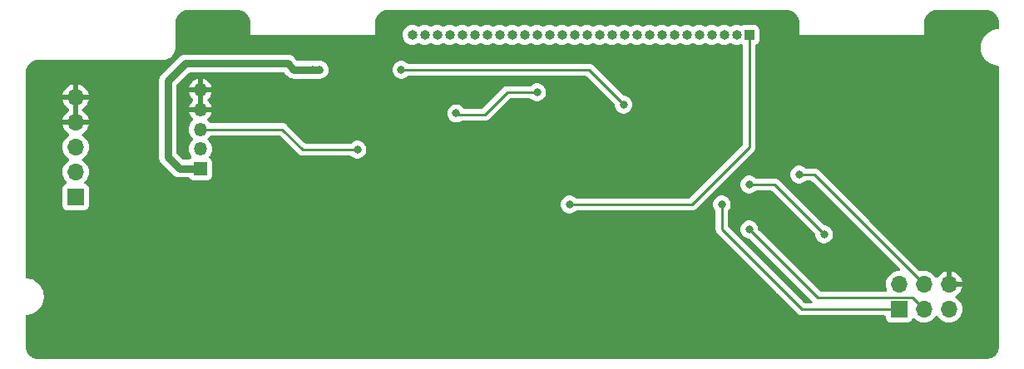
<source format=gbl>
%TF.GenerationSoftware,KiCad,Pcbnew,7.0.7*%
%TF.CreationDate,2023-10-21T14:21:19+02:00*%
%TF.ProjectId,G84-4100,4738342d-3431-4303-902e-6b696361645f,rev?*%
%TF.SameCoordinates,Original*%
%TF.FileFunction,Copper,L2,Bot*%
%TF.FilePolarity,Positive*%
%FSLAX46Y46*%
G04 Gerber Fmt 4.6, Leading zero omitted, Abs format (unit mm)*
G04 Created by KiCad (PCBNEW 7.0.7) date 2023-10-21 14:21:19*
%MOMM*%
%LPD*%
G01*
G04 APERTURE LIST*
%TA.AperFunction,ComponentPad*%
%ADD10R,1.700000X1.700000*%
%TD*%
%TA.AperFunction,ComponentPad*%
%ADD11O,1.700000X1.700000*%
%TD*%
%TA.AperFunction,ComponentPad*%
%ADD12R,1.350000X1.350000*%
%TD*%
%TA.AperFunction,ComponentPad*%
%ADD13O,1.350000X1.350000*%
%TD*%
%TA.AperFunction,ComponentPad*%
%ADD14R,1.000000X1.000000*%
%TD*%
%TA.AperFunction,ComponentPad*%
%ADD15O,1.000000X1.000000*%
%TD*%
%TA.AperFunction,ViaPad*%
%ADD16C,0.800000*%
%TD*%
%TA.AperFunction,Conductor*%
%ADD17C,0.250000*%
%TD*%
%TA.AperFunction,Conductor*%
%ADD18C,0.800000*%
%TD*%
G04 APERTURE END LIST*
D10*
%TO.P,J3,1,Pin_1*%
%TO.N,Net-(J2-Pin_1)*%
X101092000Y-77470000D03*
D11*
%TO.P,J3,2,Pin_2*%
%TO.N,Net-(J2-Pin_2)*%
X101092000Y-74930000D03*
%TO.P,J3,3,Pin_3*%
%TO.N,Net-(J2-Pin_3)*%
X101092000Y-72390000D03*
%TO.P,J3,4,Pin_4*%
%TO.N,GND*%
X101092000Y-69850000D03*
%TO.P,J3,5,Pin_5*%
X101092000Y-67310000D03*
%TD*%
D10*
%TO.P,J1,1,Pin_1*%
%TO.N,row5*%
X184912000Y-88900000D03*
D11*
%TO.P,J1,2,Pin_2*%
%TO.N,+5V*%
X184912000Y-86360000D03*
%TO.P,J1,3,Pin_3*%
%TO.N,row3*%
X187452000Y-88900000D03*
%TO.P,J1,4,Pin_4*%
%TO.N,row4*%
X187452000Y-86360000D03*
%TO.P,J1,5,Pin_5*%
%TO.N,RST*%
X189992000Y-88900000D03*
%TO.P,J1,6,Pin_6*%
%TO.N,GND*%
X189992000Y-86360000D03*
%TD*%
D12*
%TO.P,J2,1,Pin_1*%
%TO.N,Net-(J2-Pin_1)*%
X113792000Y-74580000D03*
D13*
%TO.P,J2,2,Pin_2*%
%TO.N,Net-(J2-Pin_2)*%
X113792000Y-72580000D03*
%TO.P,J2,3,Pin_3*%
%TO.N,Net-(J2-Pin_3)*%
X113792000Y-70580000D03*
%TO.P,J2,4,Pin_4*%
%TO.N,GND*%
X113792000Y-68580000D03*
%TO.P,J2,5,Pin_5*%
X113792000Y-66580000D03*
%TD*%
D14*
%TO.P,J4,1,Pin_1*%
%TO.N,row1*%
X169672000Y-60960000D03*
D15*
%TO.P,J4,2,Pin_2*%
%TO.N,row2*%
X168402000Y-60960000D03*
%TO.P,J4,3,Pin_3*%
%TO.N,row3*%
X167132000Y-60960000D03*
%TO.P,J4,4,Pin_4*%
%TO.N,row4*%
X165862000Y-60960000D03*
%TO.P,J4,5,Pin_5*%
%TO.N,row5*%
X164592000Y-60960000D03*
%TO.P,J4,6,Pin_6*%
%TO.N,row6*%
X163322000Y-60960000D03*
%TO.P,J4,7,Pin_7*%
%TO.N,row7*%
X162052000Y-60960000D03*
%TO.P,J4,8,Pin_8*%
%TO.N,row8*%
X160782000Y-60960000D03*
%TO.P,J4,9,Pin_9*%
%TO.N,col1*%
X159512000Y-60960000D03*
%TO.P,J4,10,Pin_10*%
%TO.N,col2*%
X158242000Y-60960000D03*
%TO.P,J4,11,Pin_11*%
%TO.N,col3*%
X156972000Y-60960000D03*
%TO.P,J4,12,Pin_12*%
%TO.N,col4*%
X155702000Y-60960000D03*
%TO.P,J4,13,Pin_13*%
%TO.N,col5*%
X154432000Y-60960000D03*
%TO.P,J4,14,Pin_14*%
%TO.N,col6*%
X153162000Y-60960000D03*
%TO.P,J4,15,Pin_15*%
%TO.N,col7*%
X151892000Y-60960000D03*
%TO.P,J4,16,Pin_16*%
%TO.N,col8*%
X150622000Y-60960000D03*
%TO.P,J4,17,Pin_17*%
%TO.N,col9*%
X149352000Y-60960000D03*
%TO.P,J4,18,Pin_18*%
%TO.N,col10*%
X148082000Y-60960000D03*
%TO.P,J4,19,Pin_19*%
%TO.N,col11*%
X146812000Y-60960000D03*
%TO.P,J4,20,Pin_20*%
%TO.N,col12*%
X145542000Y-60960000D03*
%TO.P,J4,21,Pin_21*%
%TO.N,col13*%
X144272000Y-60960000D03*
%TO.P,J4,22,Pin_22*%
%TO.N,col14*%
X143002000Y-60960000D03*
%TO.P,J4,23,Pin_23*%
%TO.N,led1*%
X141732000Y-60960000D03*
%TO.P,J4,24,Pin_24*%
%TO.N,led2*%
X140462000Y-60960000D03*
%TO.P,J4,25,Pin_25*%
%TO.N,led3*%
X139192000Y-60960000D03*
%TO.P,J4,26,Pin_26*%
%TO.N,col15*%
X137922000Y-60960000D03*
%TO.P,J4,27,Pin_27*%
%TO.N,col16*%
X136652000Y-60960000D03*
%TO.P,J4,28,Pin_28*%
%TO.N,+5V*%
X135382000Y-60960000D03*
%TD*%
D16*
%TO.N,GND*%
X182372000Y-63500000D03*
X186944000Y-79502000D03*
X166116000Y-69088000D03*
X184912000Y-91440000D03*
X126492000Y-91440000D03*
X192532000Y-91440000D03*
X184912000Y-73660000D03*
X153924000Y-75692000D03*
X134747000Y-66294000D03*
X111252000Y-91440000D03*
X131572000Y-91440000D03*
X186944000Y-78359000D03*
X113792000Y-60960000D03*
X151892000Y-91440000D03*
X179832000Y-71120000D03*
X152400000Y-73406000D03*
X179832000Y-73660000D03*
X162052000Y-75184000D03*
X188595000Y-83820000D03*
X167132000Y-91440000D03*
X159512000Y-91440000D03*
X116332000Y-60960000D03*
X192532000Y-73660000D03*
X179832000Y-63500000D03*
X106172000Y-68580000D03*
X170942000Y-70612000D03*
X187452000Y-63500000D03*
X149352000Y-91440000D03*
X126492000Y-68580000D03*
X154178000Y-71882000D03*
X180721000Y-76454000D03*
X98552000Y-91440000D03*
X101092000Y-91440000D03*
X108712000Y-68580000D03*
X182372000Y-73660000D03*
X156464000Y-73660000D03*
X172720000Y-60452000D03*
X139192000Y-91440000D03*
X163195000Y-67183000D03*
X134112000Y-91440000D03*
X177292000Y-63500000D03*
X187452000Y-73660000D03*
X170434000Y-73914000D03*
X118872000Y-91440000D03*
X164592000Y-91440000D03*
X188087000Y-79502000D03*
X184912000Y-63500000D03*
X108712000Y-91440000D03*
X174371000Y-82169000D03*
X187452000Y-91440000D03*
X177292000Y-91440000D03*
X189992000Y-91440000D03*
X188087000Y-78232000D03*
X144272000Y-91440000D03*
X193294000Y-86360000D03*
X158750000Y-68072000D03*
X192532000Y-71120000D03*
X182372000Y-91440000D03*
X113792000Y-91440000D03*
X169672000Y-91440000D03*
X129032000Y-91440000D03*
X118872000Y-68580000D03*
X148336000Y-79248000D03*
X179832000Y-66040000D03*
X116332000Y-91440000D03*
X174752000Y-91440000D03*
X123952000Y-91440000D03*
X121412000Y-91440000D03*
X103632000Y-91440000D03*
X141732000Y-91440000D03*
X189992000Y-66040000D03*
X189992000Y-73660000D03*
X192532000Y-68580000D03*
X179832000Y-68580000D03*
X189992000Y-83820000D03*
X172212000Y-91440000D03*
X122682000Y-68453000D03*
X146812000Y-91440000D03*
X181991000Y-84074000D03*
X179832000Y-91440000D03*
X177673000Y-79121000D03*
X132842000Y-60833000D03*
X106172000Y-91440000D03*
X156972000Y-91440000D03*
X98552000Y-81280000D03*
X161671000Y-83439000D03*
X168148000Y-70866000D03*
X163322000Y-69088000D03*
X162052000Y-91440000D03*
X154432000Y-91440000D03*
X136652000Y-91440000D03*
X148844000Y-71120000D03*
X143510000Y-76200000D03*
X148844000Y-76200000D03*
%TO.N,+5V*%
X156871500Y-68072000D03*
X134239000Y-64516000D03*
%TO.N,Net-(J2-Pin_1)*%
X125958000Y-64516000D03*
X125222000Y-64516000D03*
%TO.N,row4*%
X174752000Y-75184000D03*
%TO.N,row3*%
X169672000Y-80772000D03*
%TO.N,RST*%
X169672000Y-76200000D03*
X177292000Y-81280000D03*
%TO.N,Net-(J2-Pin_3)*%
X129794000Y-72644000D03*
%TO.N,row1*%
X151384000Y-78232000D03*
%TO.N,row5*%
X166878000Y-78232000D03*
%TO.N,col10*%
X148082000Y-66802000D03*
X139827000Y-68961000D03*
%TD*%
D17*
%TO.N,GND*%
X189992000Y-86360000D02*
X193294000Y-86360000D01*
%TO.N,+5V*%
X134239000Y-64516000D02*
X153315500Y-64516000D01*
X153315500Y-64516000D02*
X156871500Y-68072000D01*
D18*
%TO.N,Net-(J2-Pin_1)*%
X110490000Y-65659000D02*
X110490000Y-73406000D01*
X125222000Y-64516000D02*
X123317000Y-64516000D01*
X110490000Y-73406000D02*
X111664000Y-74580000D01*
X112268000Y-63881000D02*
X110490000Y-65659000D01*
X123317000Y-64516000D02*
X122682000Y-63881000D01*
X125958000Y-64516000D02*
X125222000Y-64516000D01*
X122682000Y-63881000D02*
X112268000Y-63881000D01*
X111664000Y-74580000D02*
X113792000Y-74580000D01*
D17*
%TO.N,row4*%
X187452000Y-86360000D02*
X176276000Y-75184000D01*
X176276000Y-75184000D02*
X174752000Y-75184000D01*
%TO.N,row3*%
X186277000Y-87725000D02*
X187452000Y-88900000D01*
X169672000Y-80772000D02*
X176625000Y-87725000D01*
X176625000Y-87725000D02*
X186277000Y-87725000D01*
%TO.N,RST*%
X169672000Y-76200000D02*
X172212000Y-76200000D01*
X172212000Y-76200000D02*
X177292000Y-81280000D01*
%TO.N,Net-(J2-Pin_3)*%
X124206000Y-72644000D02*
X122142000Y-70580000D01*
X122142000Y-70580000D02*
X113792000Y-70580000D01*
X129794000Y-72644000D02*
X124206000Y-72644000D01*
%TO.N,row1*%
X151384000Y-78232000D02*
X163830000Y-78232000D01*
X169672000Y-65532000D02*
X169672000Y-60960000D01*
X169672000Y-72390000D02*
X169672000Y-65532000D01*
X163830000Y-78232000D02*
X169672000Y-72390000D01*
%TO.N,row5*%
X166878000Y-80772000D02*
X166878000Y-78232000D01*
X175006000Y-88900000D02*
X166878000Y-80772000D01*
X184912000Y-88900000D02*
X175006000Y-88900000D01*
%TO.N,col10*%
X142748000Y-69088000D02*
X145034000Y-66802000D01*
X145034000Y-66802000D02*
X148082000Y-66802000D01*
X139827000Y-68961000D02*
X139954000Y-69088000D01*
X139954000Y-69088000D02*
X142748000Y-69088000D01*
%TD*%
%TA.AperFunction,Conductor*%
%TO.N,GND*%
G36*
X101269512Y-67809507D02*
G01*
X101322315Y-67855262D01*
X101342000Y-67922301D01*
X101342000Y-69237698D01*
X101322315Y-69304737D01*
X101269511Y-69350492D01*
X101200355Y-69360436D01*
X101127766Y-69350000D01*
X101127763Y-69350000D01*
X101056237Y-69350000D01*
X101056233Y-69350000D01*
X100983645Y-69360436D01*
X100914487Y-69350492D01*
X100861684Y-69304736D01*
X100842000Y-69237698D01*
X100842000Y-67922301D01*
X100861685Y-67855262D01*
X100914489Y-67809507D01*
X100983647Y-67799563D01*
X101056237Y-67810000D01*
X101056238Y-67810000D01*
X101127762Y-67810000D01*
X101127763Y-67810000D01*
X101200353Y-67799563D01*
X101269512Y-67809507D01*
G37*
%TD.AperFunction*%
%TA.AperFunction,Conductor*%
G36*
X113685331Y-66968091D02*
G01*
X113717699Y-66973218D01*
X113760515Y-66980000D01*
X113760519Y-66980000D01*
X113823485Y-66980000D01*
X113866300Y-66973218D01*
X113898602Y-66968102D01*
X113967894Y-66977056D01*
X114021347Y-67022052D01*
X114041987Y-67088803D01*
X114042000Y-67090575D01*
X114042000Y-68069424D01*
X114022315Y-68136463D01*
X113969511Y-68182218D01*
X113900353Y-68192162D01*
X113898602Y-68191897D01*
X113823486Y-68180000D01*
X113823481Y-68180000D01*
X113760519Y-68180000D01*
X113760514Y-68180000D01*
X113685398Y-68191897D01*
X113616104Y-68182942D01*
X113562652Y-68137946D01*
X113542013Y-68071194D01*
X113542000Y-68069424D01*
X113542000Y-67090575D01*
X113561685Y-67023536D01*
X113614489Y-66977781D01*
X113683647Y-66967837D01*
X113685331Y-66968091D01*
G37*
%TD.AperFunction*%
%TA.AperFunction,Conductor*%
G36*
X117604426Y-58420690D02*
G01*
X117658977Y-58424984D01*
X117799579Y-58437285D01*
X117817696Y-58440235D01*
X117898020Y-58459520D01*
X117943511Y-58471709D01*
X118008713Y-58489181D01*
X118016400Y-58491790D01*
X118053685Y-58507233D01*
X118102959Y-58527643D01*
X118201955Y-58573806D01*
X118208154Y-58577136D01*
X118288778Y-58626543D01*
X118291926Y-58628608D01*
X118378606Y-58689302D01*
X118383285Y-58692924D01*
X118455840Y-58754892D01*
X118459389Y-58758173D01*
X118533824Y-58832608D01*
X118537109Y-58836162D01*
X118599070Y-58908708D01*
X118602707Y-58913406D01*
X118663385Y-59000064D01*
X118665462Y-59003231D01*
X118714862Y-59083845D01*
X118718192Y-59090042D01*
X118764358Y-59189043D01*
X118800208Y-59275598D01*
X118802817Y-59283284D01*
X118832485Y-59394002D01*
X118851760Y-59474290D01*
X118854714Y-59492429D01*
X118867020Y-59633083D01*
X118871309Y-59687575D01*
X118871500Y-59692441D01*
X118871500Y-60935467D01*
X118871416Y-60935889D01*
X118871459Y-60960001D01*
X118871500Y-60960099D01*
X118871616Y-60960382D01*
X118871618Y-60960384D01*
X118871808Y-60960462D01*
X118872000Y-60960541D01*
X118872002Y-60960539D01*
X118896616Y-60960524D01*
X118896616Y-60960528D01*
X118896760Y-60960500D01*
X131547240Y-60960500D01*
X131547383Y-60960528D01*
X131547384Y-60960524D01*
X131571997Y-60960539D01*
X131572000Y-60960541D01*
X131572383Y-60960383D01*
X131572500Y-60960099D01*
X131572541Y-60960000D01*
X134376659Y-60960000D01*
X134395975Y-61156129D01*
X134453188Y-61344733D01*
X134546086Y-61518532D01*
X134546090Y-61518539D01*
X134671116Y-61670883D01*
X134823460Y-61795909D01*
X134823467Y-61795913D01*
X134997266Y-61888811D01*
X134997269Y-61888811D01*
X134997273Y-61888814D01*
X135185868Y-61946024D01*
X135382000Y-61965341D01*
X135578132Y-61946024D01*
X135766727Y-61888814D01*
X135940538Y-61795910D01*
X135940544Y-61795904D01*
X135945607Y-61792523D01*
X135946703Y-61794164D01*
X136002639Y-61770405D01*
X136071507Y-61782194D01*
X136088148Y-61792888D01*
X136088393Y-61792523D01*
X136093458Y-61795907D01*
X136093462Y-61795910D01*
X136238499Y-61873434D01*
X136263714Y-61886912D01*
X136267273Y-61888814D01*
X136455868Y-61946024D01*
X136652000Y-61965341D01*
X136848132Y-61946024D01*
X137036727Y-61888814D01*
X137210538Y-61795910D01*
X137210544Y-61795904D01*
X137215607Y-61792523D01*
X137216703Y-61794164D01*
X137272639Y-61770405D01*
X137341507Y-61782194D01*
X137358148Y-61792888D01*
X137358393Y-61792523D01*
X137363458Y-61795907D01*
X137363462Y-61795910D01*
X137508499Y-61873434D01*
X137533714Y-61886912D01*
X137537273Y-61888814D01*
X137725868Y-61946024D01*
X137922000Y-61965341D01*
X138118132Y-61946024D01*
X138306727Y-61888814D01*
X138480538Y-61795910D01*
X138480544Y-61795904D01*
X138485607Y-61792523D01*
X138486703Y-61794164D01*
X138542639Y-61770405D01*
X138611507Y-61782194D01*
X138628148Y-61792888D01*
X138628393Y-61792523D01*
X138633458Y-61795907D01*
X138633462Y-61795910D01*
X138778499Y-61873434D01*
X138803714Y-61886912D01*
X138807273Y-61888814D01*
X138995868Y-61946024D01*
X139192000Y-61965341D01*
X139388132Y-61946024D01*
X139576727Y-61888814D01*
X139750538Y-61795910D01*
X139750544Y-61795904D01*
X139755607Y-61792523D01*
X139756703Y-61794164D01*
X139812639Y-61770405D01*
X139881507Y-61782194D01*
X139898148Y-61792888D01*
X139898393Y-61792523D01*
X139903458Y-61795907D01*
X139903462Y-61795910D01*
X140048499Y-61873434D01*
X140073714Y-61886912D01*
X140077273Y-61888814D01*
X140265868Y-61946024D01*
X140462000Y-61965341D01*
X140658132Y-61946024D01*
X140846727Y-61888814D01*
X141020538Y-61795910D01*
X141020544Y-61795904D01*
X141025607Y-61792523D01*
X141026703Y-61794164D01*
X141082639Y-61770405D01*
X141151507Y-61782194D01*
X141168148Y-61792888D01*
X141168393Y-61792523D01*
X141173458Y-61795907D01*
X141173462Y-61795910D01*
X141318499Y-61873434D01*
X141343714Y-61886912D01*
X141347273Y-61888814D01*
X141535868Y-61946024D01*
X141732000Y-61965341D01*
X141928132Y-61946024D01*
X142116727Y-61888814D01*
X142290538Y-61795910D01*
X142290544Y-61795904D01*
X142295607Y-61792523D01*
X142296703Y-61794164D01*
X142352639Y-61770405D01*
X142421507Y-61782194D01*
X142438148Y-61792888D01*
X142438393Y-61792523D01*
X142443458Y-61795907D01*
X142443462Y-61795910D01*
X142588499Y-61873434D01*
X142613714Y-61886912D01*
X142617273Y-61888814D01*
X142805868Y-61946024D01*
X143002000Y-61965341D01*
X143198132Y-61946024D01*
X143386727Y-61888814D01*
X143560538Y-61795910D01*
X143560544Y-61795904D01*
X143565607Y-61792523D01*
X143566703Y-61794164D01*
X143622639Y-61770405D01*
X143691507Y-61782194D01*
X143708148Y-61792888D01*
X143708393Y-61792523D01*
X143713458Y-61795907D01*
X143713462Y-61795910D01*
X143858499Y-61873434D01*
X143883714Y-61886912D01*
X143887273Y-61888814D01*
X144075868Y-61946024D01*
X144272000Y-61965341D01*
X144468132Y-61946024D01*
X144656727Y-61888814D01*
X144830538Y-61795910D01*
X144830544Y-61795904D01*
X144835607Y-61792523D01*
X144836703Y-61794164D01*
X144892639Y-61770405D01*
X144961507Y-61782194D01*
X144978148Y-61792888D01*
X144978393Y-61792523D01*
X144983458Y-61795907D01*
X144983462Y-61795910D01*
X145128499Y-61873434D01*
X145153714Y-61886912D01*
X145157273Y-61888814D01*
X145345868Y-61946024D01*
X145542000Y-61965341D01*
X145738132Y-61946024D01*
X145926727Y-61888814D01*
X146100538Y-61795910D01*
X146100544Y-61795904D01*
X146105607Y-61792523D01*
X146106703Y-61794164D01*
X146162639Y-61770405D01*
X146231507Y-61782194D01*
X146248148Y-61792888D01*
X146248393Y-61792523D01*
X146253458Y-61795907D01*
X146253462Y-61795910D01*
X146398499Y-61873434D01*
X146423714Y-61886912D01*
X146427273Y-61888814D01*
X146615868Y-61946024D01*
X146812000Y-61965341D01*
X147008132Y-61946024D01*
X147196727Y-61888814D01*
X147370538Y-61795910D01*
X147370544Y-61795904D01*
X147375607Y-61792523D01*
X147376703Y-61794164D01*
X147432639Y-61770405D01*
X147501507Y-61782194D01*
X147518148Y-61792888D01*
X147518393Y-61792523D01*
X147523458Y-61795907D01*
X147523462Y-61795910D01*
X147668499Y-61873434D01*
X147693714Y-61886912D01*
X147697273Y-61888814D01*
X147885868Y-61946024D01*
X148082000Y-61965341D01*
X148278132Y-61946024D01*
X148466727Y-61888814D01*
X148640538Y-61795910D01*
X148640544Y-61795904D01*
X148645607Y-61792523D01*
X148646703Y-61794164D01*
X148702639Y-61770405D01*
X148771507Y-61782194D01*
X148788148Y-61792888D01*
X148788393Y-61792523D01*
X148793458Y-61795907D01*
X148793462Y-61795910D01*
X148938499Y-61873434D01*
X148963714Y-61886912D01*
X148967273Y-61888814D01*
X149155868Y-61946024D01*
X149352000Y-61965341D01*
X149548132Y-61946024D01*
X149736727Y-61888814D01*
X149910538Y-61795910D01*
X149910544Y-61795904D01*
X149915607Y-61792523D01*
X149916703Y-61794164D01*
X149972639Y-61770405D01*
X150041507Y-61782194D01*
X150058148Y-61792888D01*
X150058393Y-61792523D01*
X150063458Y-61795907D01*
X150063462Y-61795910D01*
X150208499Y-61873434D01*
X150233714Y-61886912D01*
X150237273Y-61888814D01*
X150425868Y-61946024D01*
X150622000Y-61965341D01*
X150818132Y-61946024D01*
X151006727Y-61888814D01*
X151180538Y-61795910D01*
X151180544Y-61795904D01*
X151185607Y-61792523D01*
X151186703Y-61794164D01*
X151242639Y-61770405D01*
X151311507Y-61782194D01*
X151328148Y-61792888D01*
X151328393Y-61792523D01*
X151333458Y-61795907D01*
X151333462Y-61795910D01*
X151478499Y-61873434D01*
X151503714Y-61886912D01*
X151507273Y-61888814D01*
X151695868Y-61946024D01*
X151892000Y-61965341D01*
X152088132Y-61946024D01*
X152276727Y-61888814D01*
X152450538Y-61795910D01*
X152450544Y-61795904D01*
X152455607Y-61792523D01*
X152456703Y-61794164D01*
X152512639Y-61770405D01*
X152581507Y-61782194D01*
X152598148Y-61792888D01*
X152598393Y-61792523D01*
X152603458Y-61795907D01*
X152603462Y-61795910D01*
X152748499Y-61873434D01*
X152773714Y-61886912D01*
X152777273Y-61888814D01*
X152965868Y-61946024D01*
X153162000Y-61965341D01*
X153358132Y-61946024D01*
X153546727Y-61888814D01*
X153720538Y-61795910D01*
X153720544Y-61795904D01*
X153725607Y-61792523D01*
X153726703Y-61794164D01*
X153782639Y-61770405D01*
X153851507Y-61782194D01*
X153868148Y-61792888D01*
X153868393Y-61792523D01*
X153873458Y-61795907D01*
X153873462Y-61795910D01*
X154018499Y-61873434D01*
X154043714Y-61886912D01*
X154047273Y-61888814D01*
X154235868Y-61946024D01*
X154432000Y-61965341D01*
X154628132Y-61946024D01*
X154816727Y-61888814D01*
X154990538Y-61795910D01*
X154990544Y-61795904D01*
X154995607Y-61792523D01*
X154996703Y-61794164D01*
X155052639Y-61770405D01*
X155121507Y-61782194D01*
X155138148Y-61792888D01*
X155138393Y-61792523D01*
X155143458Y-61795907D01*
X155143462Y-61795910D01*
X155288499Y-61873434D01*
X155313714Y-61886912D01*
X155317273Y-61888814D01*
X155505868Y-61946024D01*
X155702000Y-61965341D01*
X155898132Y-61946024D01*
X156086727Y-61888814D01*
X156260538Y-61795910D01*
X156260544Y-61795904D01*
X156265607Y-61792523D01*
X156266703Y-61794164D01*
X156322639Y-61770405D01*
X156391507Y-61782194D01*
X156408148Y-61792888D01*
X156408393Y-61792523D01*
X156413458Y-61795907D01*
X156413462Y-61795910D01*
X156558499Y-61873434D01*
X156583714Y-61886912D01*
X156587273Y-61888814D01*
X156775868Y-61946024D01*
X156972000Y-61965341D01*
X157168132Y-61946024D01*
X157356727Y-61888814D01*
X157530538Y-61795910D01*
X157530544Y-61795904D01*
X157535607Y-61792523D01*
X157536703Y-61794164D01*
X157592639Y-61770405D01*
X157661507Y-61782194D01*
X157678148Y-61792888D01*
X157678393Y-61792523D01*
X157683458Y-61795907D01*
X157683462Y-61795910D01*
X157828499Y-61873434D01*
X157853714Y-61886912D01*
X157857273Y-61888814D01*
X158045868Y-61946024D01*
X158242000Y-61965341D01*
X158438132Y-61946024D01*
X158626727Y-61888814D01*
X158800538Y-61795910D01*
X158800544Y-61795904D01*
X158805607Y-61792523D01*
X158806703Y-61794164D01*
X158862639Y-61770405D01*
X158931507Y-61782194D01*
X158948148Y-61792888D01*
X158948393Y-61792523D01*
X158953458Y-61795907D01*
X158953462Y-61795910D01*
X159098499Y-61873434D01*
X159123714Y-61886912D01*
X159127273Y-61888814D01*
X159315868Y-61946024D01*
X159512000Y-61965341D01*
X159708132Y-61946024D01*
X159896727Y-61888814D01*
X160070538Y-61795910D01*
X160070544Y-61795904D01*
X160075607Y-61792523D01*
X160076703Y-61794164D01*
X160132639Y-61770405D01*
X160201507Y-61782194D01*
X160218148Y-61792888D01*
X160218393Y-61792523D01*
X160223458Y-61795907D01*
X160223462Y-61795910D01*
X160368499Y-61873434D01*
X160393714Y-61886912D01*
X160397273Y-61888814D01*
X160585868Y-61946024D01*
X160782000Y-61965341D01*
X160978132Y-61946024D01*
X161166727Y-61888814D01*
X161340538Y-61795910D01*
X161340544Y-61795904D01*
X161345607Y-61792523D01*
X161346703Y-61794164D01*
X161402639Y-61770405D01*
X161471507Y-61782194D01*
X161488148Y-61792888D01*
X161488393Y-61792523D01*
X161493458Y-61795907D01*
X161493462Y-61795910D01*
X161638499Y-61873434D01*
X161663714Y-61886912D01*
X161667273Y-61888814D01*
X161855868Y-61946024D01*
X162052000Y-61965341D01*
X162248132Y-61946024D01*
X162436727Y-61888814D01*
X162610538Y-61795910D01*
X162610544Y-61795904D01*
X162615607Y-61792523D01*
X162616703Y-61794164D01*
X162672639Y-61770405D01*
X162741507Y-61782194D01*
X162758148Y-61792888D01*
X162758393Y-61792523D01*
X162763458Y-61795907D01*
X162763462Y-61795910D01*
X162908499Y-61873434D01*
X162933714Y-61886912D01*
X162937273Y-61888814D01*
X163125868Y-61946024D01*
X163322000Y-61965341D01*
X163518132Y-61946024D01*
X163706727Y-61888814D01*
X163880538Y-61795910D01*
X163880544Y-61795904D01*
X163885607Y-61792523D01*
X163886703Y-61794164D01*
X163942639Y-61770405D01*
X164011507Y-61782194D01*
X164028148Y-61792888D01*
X164028393Y-61792523D01*
X164033458Y-61795907D01*
X164033462Y-61795910D01*
X164178499Y-61873434D01*
X164203714Y-61886912D01*
X164207273Y-61888814D01*
X164395868Y-61946024D01*
X164592000Y-61965341D01*
X164788132Y-61946024D01*
X164976727Y-61888814D01*
X165150538Y-61795910D01*
X165150544Y-61795904D01*
X165155607Y-61792523D01*
X165156703Y-61794164D01*
X165212639Y-61770405D01*
X165281507Y-61782194D01*
X165298148Y-61792888D01*
X165298393Y-61792523D01*
X165303458Y-61795907D01*
X165303462Y-61795910D01*
X165448499Y-61873434D01*
X165473714Y-61886912D01*
X165477273Y-61888814D01*
X165665868Y-61946024D01*
X165862000Y-61965341D01*
X166058132Y-61946024D01*
X166246727Y-61888814D01*
X166420538Y-61795910D01*
X166420544Y-61795904D01*
X166425607Y-61792523D01*
X166426703Y-61794164D01*
X166482639Y-61770405D01*
X166551507Y-61782194D01*
X166568148Y-61792888D01*
X166568393Y-61792523D01*
X166573458Y-61795907D01*
X166573462Y-61795910D01*
X166718499Y-61873434D01*
X166743714Y-61886912D01*
X166747273Y-61888814D01*
X166935868Y-61946024D01*
X167132000Y-61965341D01*
X167328132Y-61946024D01*
X167516727Y-61888814D01*
X167690538Y-61795910D01*
X167690544Y-61795904D01*
X167695607Y-61792523D01*
X167696703Y-61794164D01*
X167752639Y-61770405D01*
X167821507Y-61782194D01*
X167838148Y-61792888D01*
X167838393Y-61792523D01*
X167843458Y-61795907D01*
X167843462Y-61795910D01*
X167988499Y-61873434D01*
X168013714Y-61886912D01*
X168017273Y-61888814D01*
X168205868Y-61946024D01*
X168402000Y-61965341D01*
X168598132Y-61946024D01*
X168786727Y-61888814D01*
X168788848Y-61887680D01*
X168790088Y-61887421D01*
X168792355Y-61886483D01*
X168792532Y-61886912D01*
X168857246Y-61873434D01*
X168921618Y-61897769D01*
X168929669Y-61903796D01*
X168965832Y-61917284D01*
X169021766Y-61959154D01*
X169046184Y-62024618D01*
X169046500Y-62033466D01*
X169046500Y-72079547D01*
X169026815Y-72146586D01*
X169010181Y-72167228D01*
X163607228Y-77570181D01*
X163545905Y-77603666D01*
X163519547Y-77606500D01*
X152087748Y-77606500D01*
X152020709Y-77586815D01*
X151995600Y-77565474D01*
X151989873Y-77559114D01*
X151989869Y-77559110D01*
X151836734Y-77447851D01*
X151836729Y-77447848D01*
X151663807Y-77370857D01*
X151663802Y-77370855D01*
X151518000Y-77339865D01*
X151478646Y-77331500D01*
X151289354Y-77331500D01*
X151256897Y-77338398D01*
X151104197Y-77370855D01*
X151104192Y-77370857D01*
X150931270Y-77447848D01*
X150931265Y-77447851D01*
X150778129Y-77559111D01*
X150651466Y-77699785D01*
X150556821Y-77863715D01*
X150556818Y-77863722D01*
X150498327Y-78043740D01*
X150498326Y-78043744D01*
X150478540Y-78232000D01*
X150498326Y-78420256D01*
X150498327Y-78420259D01*
X150556818Y-78600277D01*
X150556821Y-78600284D01*
X150651467Y-78764216D01*
X150740996Y-78863648D01*
X150778129Y-78904888D01*
X150931265Y-79016148D01*
X150931270Y-79016151D01*
X151104192Y-79093142D01*
X151104197Y-79093144D01*
X151289354Y-79132500D01*
X151289355Y-79132500D01*
X151478644Y-79132500D01*
X151478646Y-79132500D01*
X151663803Y-79093144D01*
X151836730Y-79016151D01*
X151989871Y-78904888D01*
X151992788Y-78901647D01*
X151995600Y-78898526D01*
X152055087Y-78861879D01*
X152087748Y-78857500D01*
X163747257Y-78857500D01*
X163762877Y-78859224D01*
X163762904Y-78858939D01*
X163770660Y-78859671D01*
X163770667Y-78859673D01*
X163839814Y-78857500D01*
X163869350Y-78857500D01*
X163876228Y-78856630D01*
X163882041Y-78856172D01*
X163928627Y-78854709D01*
X163947869Y-78849117D01*
X163966912Y-78845174D01*
X163986792Y-78842664D01*
X164030122Y-78825507D01*
X164035646Y-78823617D01*
X164039396Y-78822527D01*
X164080390Y-78810618D01*
X164097629Y-78800422D01*
X164115103Y-78791862D01*
X164133727Y-78784488D01*
X164133727Y-78784487D01*
X164133732Y-78784486D01*
X164171449Y-78757082D01*
X164176305Y-78753892D01*
X164216420Y-78730170D01*
X164230589Y-78715999D01*
X164245379Y-78703368D01*
X164261587Y-78691594D01*
X164291299Y-78655676D01*
X164295212Y-78651376D01*
X164714588Y-78232000D01*
X165972540Y-78232000D01*
X165992326Y-78420256D01*
X165992327Y-78420259D01*
X166050818Y-78600277D01*
X166050821Y-78600284D01*
X166145467Y-78764216D01*
X166170360Y-78791862D01*
X166220650Y-78847715D01*
X166250880Y-78910706D01*
X166252500Y-78930687D01*
X166252499Y-80689255D01*
X166250776Y-80704872D01*
X166251061Y-80704899D01*
X166250326Y-80712665D01*
X166252500Y-80781814D01*
X166252500Y-80811343D01*
X166252501Y-80811360D01*
X166253368Y-80818231D01*
X166253826Y-80824050D01*
X166255290Y-80870624D01*
X166255291Y-80870627D01*
X166260880Y-80889867D01*
X166264824Y-80908911D01*
X166267336Y-80928792D01*
X166284490Y-80972119D01*
X166286382Y-80977647D01*
X166299381Y-81022388D01*
X166309580Y-81039634D01*
X166318138Y-81057103D01*
X166325514Y-81075732D01*
X166352898Y-81113423D01*
X166356106Y-81118307D01*
X166379827Y-81158416D01*
X166379833Y-81158424D01*
X166393990Y-81172580D01*
X166406628Y-81187376D01*
X166418405Y-81203586D01*
X166418406Y-81203587D01*
X166454309Y-81233288D01*
X166458620Y-81237210D01*
X172514384Y-87292975D01*
X174505197Y-89283788D01*
X174515022Y-89296051D01*
X174515243Y-89295869D01*
X174520214Y-89301878D01*
X174546217Y-89326295D01*
X174570635Y-89349226D01*
X174591529Y-89370120D01*
X174597011Y-89374373D01*
X174601443Y-89378157D01*
X174635418Y-89410062D01*
X174652976Y-89419714D01*
X174669233Y-89430393D01*
X174685064Y-89442673D01*
X174704737Y-89451186D01*
X174727833Y-89461182D01*
X174733077Y-89463750D01*
X174773908Y-89486197D01*
X174786523Y-89489435D01*
X174793305Y-89491177D01*
X174811719Y-89497481D01*
X174830104Y-89505438D01*
X174876157Y-89512732D01*
X174881826Y-89513906D01*
X174926981Y-89525500D01*
X174947016Y-89525500D01*
X174966413Y-89527026D01*
X174986196Y-89530160D01*
X175032583Y-89525775D01*
X175038422Y-89525500D01*
X183437501Y-89525500D01*
X183504540Y-89545185D01*
X183550295Y-89597989D01*
X183561501Y-89649500D01*
X183561501Y-89797876D01*
X183567908Y-89857483D01*
X183618202Y-89992328D01*
X183618206Y-89992335D01*
X183704452Y-90107544D01*
X183704455Y-90107547D01*
X183819664Y-90193793D01*
X183819671Y-90193797D01*
X183954517Y-90244091D01*
X183954516Y-90244091D01*
X183961444Y-90244835D01*
X184014127Y-90250500D01*
X185809872Y-90250499D01*
X185869483Y-90244091D01*
X186004331Y-90193796D01*
X186119546Y-90107546D01*
X186205796Y-89992331D01*
X186254810Y-89860916D01*
X186296681Y-89804984D01*
X186362145Y-89780566D01*
X186430418Y-89795417D01*
X186458673Y-89816569D01*
X186580599Y-89938495D01*
X186677384Y-90006264D01*
X186774165Y-90074032D01*
X186774167Y-90074033D01*
X186774170Y-90074035D01*
X186988337Y-90173903D01*
X187216592Y-90235063D01*
X187393034Y-90250500D01*
X187451999Y-90255659D01*
X187452000Y-90255659D01*
X187452001Y-90255659D01*
X187510966Y-90250500D01*
X187687408Y-90235063D01*
X187915663Y-90173903D01*
X188129830Y-90074035D01*
X188323401Y-89938495D01*
X188490495Y-89771401D01*
X188620424Y-89585842D01*
X188675002Y-89542217D01*
X188744500Y-89535023D01*
X188806855Y-89566546D01*
X188823575Y-89585842D01*
X188953500Y-89771395D01*
X188953505Y-89771401D01*
X189120599Y-89938495D01*
X189217384Y-90006264D01*
X189314165Y-90074032D01*
X189314167Y-90074033D01*
X189314170Y-90074035D01*
X189528337Y-90173903D01*
X189756592Y-90235063D01*
X189933034Y-90250500D01*
X189991999Y-90255659D01*
X189992000Y-90255659D01*
X189992001Y-90255659D01*
X190050966Y-90250500D01*
X190227408Y-90235063D01*
X190455663Y-90173903D01*
X190669830Y-90074035D01*
X190863401Y-89938495D01*
X191030495Y-89771401D01*
X191166035Y-89577830D01*
X191265903Y-89363663D01*
X191327063Y-89135408D01*
X191347659Y-88900000D01*
X191327063Y-88664592D01*
X191265903Y-88436337D01*
X191166035Y-88222171D01*
X191160425Y-88214158D01*
X191030494Y-88028597D01*
X190863402Y-87861506D01*
X190863401Y-87861505D01*
X190695844Y-87744180D01*
X190677405Y-87731269D01*
X190633781Y-87676692D01*
X190626588Y-87607193D01*
X190658110Y-87544839D01*
X190677405Y-87528119D01*
X190863082Y-87398105D01*
X191030105Y-87231082D01*
X191165600Y-87037578D01*
X191265429Y-86823492D01*
X191265432Y-86823486D01*
X191322636Y-86610000D01*
X190605347Y-86610000D01*
X190538308Y-86590315D01*
X190492553Y-86537511D01*
X190482609Y-86468353D01*
X190486369Y-86451067D01*
X190492000Y-86431888D01*
X190492000Y-86288111D01*
X190486369Y-86268933D01*
X190486370Y-86199064D01*
X190524145Y-86140286D01*
X190587701Y-86111262D01*
X190605347Y-86110000D01*
X191322636Y-86110000D01*
X191322635Y-86109999D01*
X191265432Y-85896513D01*
X191265429Y-85896507D01*
X191165600Y-85682422D01*
X191165599Y-85682420D01*
X191030113Y-85488926D01*
X191030108Y-85488920D01*
X190863082Y-85321894D01*
X190669578Y-85186399D01*
X190455492Y-85086570D01*
X190455486Y-85086567D01*
X190242000Y-85029364D01*
X190242000Y-85747698D01*
X190222315Y-85814737D01*
X190169511Y-85860492D01*
X190100355Y-85870436D01*
X190027766Y-85860000D01*
X190027763Y-85860000D01*
X189956237Y-85860000D01*
X189956233Y-85860000D01*
X189883644Y-85870436D01*
X189814486Y-85860492D01*
X189761683Y-85814736D01*
X189741999Y-85747698D01*
X189741999Y-85029364D01*
X189528513Y-85086567D01*
X189528507Y-85086570D01*
X189314422Y-85186399D01*
X189314420Y-85186400D01*
X189120926Y-85321886D01*
X189120920Y-85321891D01*
X188953891Y-85488920D01*
X188953890Y-85488922D01*
X188823880Y-85674595D01*
X188769303Y-85718219D01*
X188699804Y-85725412D01*
X188637450Y-85693890D01*
X188620730Y-85674594D01*
X188490494Y-85488597D01*
X188323402Y-85321506D01*
X188323395Y-85321501D01*
X188129834Y-85185967D01*
X188129830Y-85185965D01*
X188129828Y-85185964D01*
X187915663Y-85086097D01*
X187915659Y-85086096D01*
X187915655Y-85086094D01*
X187687413Y-85024938D01*
X187687403Y-85024936D01*
X187452001Y-85004341D01*
X187451999Y-85004341D01*
X187216596Y-85024936D01*
X187216586Y-85024938D01*
X187116126Y-85051856D01*
X187046276Y-85050193D01*
X186996352Y-85019762D01*
X181887447Y-79910857D01*
X176776803Y-74800212D01*
X176766980Y-74787950D01*
X176766759Y-74788134D01*
X176761786Y-74782123D01*
X176711364Y-74734773D01*
X176700919Y-74724328D01*
X176690475Y-74713883D01*
X176684986Y-74709625D01*
X176680561Y-74705847D01*
X176646582Y-74673938D01*
X176646580Y-74673936D01*
X176646577Y-74673935D01*
X176629029Y-74664288D01*
X176612763Y-74653604D01*
X176596933Y-74641325D01*
X176554168Y-74622818D01*
X176548922Y-74620248D01*
X176508093Y-74597803D01*
X176508092Y-74597802D01*
X176488693Y-74592822D01*
X176470281Y-74586518D01*
X176451898Y-74578562D01*
X176451892Y-74578560D01*
X176405874Y-74571272D01*
X176400152Y-74570087D01*
X176355021Y-74558500D01*
X176355019Y-74558500D01*
X176334984Y-74558500D01*
X176315586Y-74556973D01*
X176308162Y-74555797D01*
X176295805Y-74553840D01*
X176295804Y-74553840D01*
X176249416Y-74558225D01*
X176243578Y-74558500D01*
X175455748Y-74558500D01*
X175388709Y-74538815D01*
X175363600Y-74517474D01*
X175357873Y-74511114D01*
X175357869Y-74511110D01*
X175204734Y-74399851D01*
X175204729Y-74399848D01*
X175031807Y-74322857D01*
X175031802Y-74322855D01*
X174886000Y-74291865D01*
X174846646Y-74283500D01*
X174657354Y-74283500D01*
X174624897Y-74290398D01*
X174472197Y-74322855D01*
X174472192Y-74322857D01*
X174299270Y-74399848D01*
X174299265Y-74399851D01*
X174146129Y-74511111D01*
X174019466Y-74651785D01*
X173924821Y-74815715D01*
X173924818Y-74815722D01*
X173866327Y-74995740D01*
X173866326Y-74995744D01*
X173849577Y-75155101D01*
X173848494Y-75165413D01*
X173846540Y-75184000D01*
X173866326Y-75372256D01*
X173866327Y-75372259D01*
X173924818Y-75552277D01*
X173924821Y-75552284D01*
X174019467Y-75716216D01*
X174136162Y-75845819D01*
X174146129Y-75856888D01*
X174299265Y-75968148D01*
X174299270Y-75968151D01*
X174472192Y-76045142D01*
X174472197Y-76045144D01*
X174657354Y-76084500D01*
X174657355Y-76084500D01*
X174846644Y-76084500D01*
X174846646Y-76084500D01*
X175031803Y-76045144D01*
X175204730Y-75968151D01*
X175357871Y-75856888D01*
X175360788Y-75853647D01*
X175363600Y-75850526D01*
X175423087Y-75813879D01*
X175455748Y-75809500D01*
X175965548Y-75809500D01*
X176032587Y-75829185D01*
X176053229Y-75845819D01*
X185000070Y-84792660D01*
X185033555Y-84853983D01*
X185028571Y-84923675D01*
X184986699Y-84979608D01*
X184921235Y-85004025D01*
X184912389Y-85004341D01*
X184911999Y-85004341D01*
X184676596Y-85024936D01*
X184676586Y-85024938D01*
X184448344Y-85086094D01*
X184448335Y-85086098D01*
X184234171Y-85185964D01*
X184234169Y-85185965D01*
X184040597Y-85321505D01*
X183873505Y-85488597D01*
X183737965Y-85682169D01*
X183737964Y-85682171D01*
X183638098Y-85896335D01*
X183638094Y-85896344D01*
X183576938Y-86124586D01*
X183576936Y-86124596D01*
X183556341Y-86359999D01*
X183556341Y-86360000D01*
X183576936Y-86595403D01*
X183576938Y-86595413D01*
X183638094Y-86823655D01*
X183638096Y-86823659D01*
X183638097Y-86823663D01*
X183675710Y-86904325D01*
X183684463Y-86923095D01*
X183694955Y-86992173D01*
X183666435Y-87055957D01*
X183607959Y-87094196D01*
X183572081Y-87099500D01*
X176935452Y-87099500D01*
X176868413Y-87079815D01*
X176847771Y-87063181D01*
X170610960Y-80826369D01*
X170577475Y-80765046D01*
X170575323Y-80751668D01*
X170557674Y-80583744D01*
X170499179Y-80403716D01*
X170404533Y-80239784D01*
X170277871Y-80099112D01*
X170277870Y-80099111D01*
X170124734Y-79987851D01*
X170124729Y-79987848D01*
X169951807Y-79910857D01*
X169951802Y-79910855D01*
X169806001Y-79879865D01*
X169766646Y-79871500D01*
X169577354Y-79871500D01*
X169544897Y-79878398D01*
X169392197Y-79910855D01*
X169392192Y-79910857D01*
X169219270Y-79987848D01*
X169219265Y-79987851D01*
X169066129Y-80099111D01*
X168939466Y-80239785D01*
X168844821Y-80403715D01*
X168844818Y-80403722D01*
X168797541Y-80549228D01*
X168786326Y-80583744D01*
X168766540Y-80772000D01*
X168786326Y-80960256D01*
X168786327Y-80960259D01*
X168844818Y-81140277D01*
X168844821Y-81140284D01*
X168939467Y-81304216D01*
X169066128Y-81444887D01*
X169066129Y-81444888D01*
X169219265Y-81556148D01*
X169219270Y-81556151D01*
X169392192Y-81633142D01*
X169392197Y-81633144D01*
X169577354Y-81672500D01*
X169636548Y-81672500D01*
X169703587Y-81692185D01*
X169724229Y-81708819D01*
X176078228Y-88062819D01*
X176111713Y-88124142D01*
X176106729Y-88193834D01*
X176064857Y-88249767D01*
X175999393Y-88274184D01*
X175990547Y-88274500D01*
X175316452Y-88274500D01*
X175249413Y-88254815D01*
X175228771Y-88238181D01*
X167539819Y-80549228D01*
X167506334Y-80487905D01*
X167503500Y-80461547D01*
X167503500Y-78930687D01*
X167523185Y-78863648D01*
X167535350Y-78847715D01*
X167556313Y-78824433D01*
X167610533Y-78764216D01*
X167705179Y-78600284D01*
X167763674Y-78420256D01*
X167783460Y-78232000D01*
X167763674Y-78043744D01*
X167705179Y-77863716D01*
X167610533Y-77699784D01*
X167483871Y-77559112D01*
X167483870Y-77559111D01*
X167330734Y-77447851D01*
X167330729Y-77447848D01*
X167157807Y-77370857D01*
X167157802Y-77370855D01*
X167012000Y-77339865D01*
X166972646Y-77331500D01*
X166783354Y-77331500D01*
X166750897Y-77338398D01*
X166598197Y-77370855D01*
X166598192Y-77370857D01*
X166425270Y-77447848D01*
X166425265Y-77447851D01*
X166272129Y-77559111D01*
X166145466Y-77699785D01*
X166050821Y-77863715D01*
X166050818Y-77863722D01*
X165992327Y-78043740D01*
X165992326Y-78043744D01*
X165972540Y-78232000D01*
X164714588Y-78232000D01*
X166746588Y-76200000D01*
X168766540Y-76200000D01*
X168786326Y-76388256D01*
X168786327Y-76388259D01*
X168844818Y-76568277D01*
X168844821Y-76568284D01*
X168939467Y-76732216D01*
X169041185Y-76845185D01*
X169066129Y-76872888D01*
X169219265Y-76984148D01*
X169219270Y-76984151D01*
X169392192Y-77061142D01*
X169392197Y-77061144D01*
X169577354Y-77100500D01*
X169577355Y-77100500D01*
X169766644Y-77100500D01*
X169766646Y-77100500D01*
X169951803Y-77061144D01*
X170124730Y-76984151D01*
X170277871Y-76872888D01*
X170280788Y-76869647D01*
X170283600Y-76866526D01*
X170343087Y-76829879D01*
X170375748Y-76825500D01*
X171901548Y-76825500D01*
X171968587Y-76845185D01*
X171989229Y-76861819D01*
X176353038Y-81225629D01*
X176386523Y-81286952D01*
X176388678Y-81300348D01*
X176389085Y-81304216D01*
X176406326Y-81468256D01*
X176406327Y-81468259D01*
X176464818Y-81648277D01*
X176464821Y-81648284D01*
X176559467Y-81812216D01*
X176686128Y-81952888D01*
X176686129Y-81952888D01*
X176839265Y-82064148D01*
X176839270Y-82064151D01*
X177012192Y-82141142D01*
X177012197Y-82141144D01*
X177197354Y-82180500D01*
X177197355Y-82180500D01*
X177386644Y-82180500D01*
X177386646Y-82180500D01*
X177571803Y-82141144D01*
X177744730Y-82064151D01*
X177897871Y-81952888D01*
X178024533Y-81812216D01*
X178119179Y-81648284D01*
X178177674Y-81468256D01*
X178197460Y-81280000D01*
X178177674Y-81091744D01*
X178119179Y-80911716D01*
X178024533Y-80747784D01*
X177897871Y-80607112D01*
X177865708Y-80583744D01*
X177744734Y-80495851D01*
X177744729Y-80495848D01*
X177571807Y-80418857D01*
X177571802Y-80418855D01*
X177426001Y-80387865D01*
X177386646Y-80379500D01*
X177386645Y-80379500D01*
X177327452Y-80379500D01*
X177260413Y-80359815D01*
X177239771Y-80343181D01*
X172712803Y-75816212D01*
X172702980Y-75803950D01*
X172702759Y-75804134D01*
X172697786Y-75798123D01*
X172647364Y-75750773D01*
X172636919Y-75740328D01*
X172626475Y-75729883D01*
X172620986Y-75725625D01*
X172616561Y-75721847D01*
X172582582Y-75689938D01*
X172582580Y-75689936D01*
X172582577Y-75689935D01*
X172565029Y-75680288D01*
X172548763Y-75669604D01*
X172532933Y-75657325D01*
X172490168Y-75638818D01*
X172484922Y-75636248D01*
X172444093Y-75613803D01*
X172444092Y-75613802D01*
X172424693Y-75608822D01*
X172406281Y-75602518D01*
X172387898Y-75594562D01*
X172387892Y-75594560D01*
X172341874Y-75587272D01*
X172336152Y-75586087D01*
X172291021Y-75574500D01*
X172291019Y-75574500D01*
X172270984Y-75574500D01*
X172251586Y-75572973D01*
X172244162Y-75571797D01*
X172231805Y-75569840D01*
X172231804Y-75569840D01*
X172185416Y-75574225D01*
X172179578Y-75574500D01*
X170375748Y-75574500D01*
X170308709Y-75554815D01*
X170283600Y-75533474D01*
X170277873Y-75527114D01*
X170277869Y-75527110D01*
X170124734Y-75415851D01*
X170124729Y-75415848D01*
X169951807Y-75338857D01*
X169951802Y-75338855D01*
X169806000Y-75307865D01*
X169766646Y-75299500D01*
X169577354Y-75299500D01*
X169544897Y-75306398D01*
X169392197Y-75338855D01*
X169392192Y-75338857D01*
X169219270Y-75415848D01*
X169219265Y-75415851D01*
X169066129Y-75527111D01*
X168939466Y-75667785D01*
X168844821Y-75831715D01*
X168844818Y-75831722D01*
X168786327Y-76011740D01*
X168786326Y-76011744D01*
X168766540Y-76200000D01*
X166746588Y-76200000D01*
X170055786Y-72890802D01*
X170068048Y-72880980D01*
X170067865Y-72880759D01*
X170073867Y-72875792D01*
X170073877Y-72875786D01*
X170121241Y-72825348D01*
X170142120Y-72804470D01*
X170146373Y-72798986D01*
X170150150Y-72794563D01*
X170182062Y-72760582D01*
X170191714Y-72743023D01*
X170202389Y-72726772D01*
X170214674Y-72710936D01*
X170233186Y-72668152D01*
X170235742Y-72662935D01*
X170258197Y-72622092D01*
X170263180Y-72602680D01*
X170269477Y-72584291D01*
X170277438Y-72565895D01*
X170284729Y-72519853D01*
X170285908Y-72514162D01*
X170297500Y-72469019D01*
X170297500Y-72448974D01*
X170299025Y-72429591D01*
X170302160Y-72409804D01*
X170297775Y-72363415D01*
X170297500Y-72357577D01*
X170297500Y-62033466D01*
X170317185Y-61966427D01*
X170369989Y-61920672D01*
X170378156Y-61917288D01*
X170414331Y-61903796D01*
X170529546Y-61817546D01*
X170615796Y-61702331D01*
X170666091Y-61567483D01*
X170672500Y-61507873D01*
X170672499Y-60412128D01*
X170666091Y-60352517D01*
X170656338Y-60326369D01*
X170615797Y-60217671D01*
X170615793Y-60217664D01*
X170529547Y-60102455D01*
X170529544Y-60102452D01*
X170414335Y-60016206D01*
X170414328Y-60016202D01*
X170279482Y-59965908D01*
X170279483Y-59965908D01*
X170219883Y-59959501D01*
X170219881Y-59959500D01*
X170219873Y-59959500D01*
X170219864Y-59959500D01*
X169124129Y-59959500D01*
X169124123Y-59959501D01*
X169064516Y-59965908D01*
X168929671Y-60016202D01*
X168929666Y-60016205D01*
X168921614Y-60022233D01*
X168856149Y-60046648D01*
X168792530Y-60033104D01*
X168792359Y-60033518D01*
X168790123Y-60032592D01*
X168788850Y-60032321D01*
X168786729Y-60031187D01*
X168786728Y-60031186D01*
X168786727Y-60031186D01*
X168598132Y-59973976D01*
X168598129Y-59973975D01*
X168402000Y-59954659D01*
X168205870Y-59973975D01*
X168017266Y-60031188D01*
X167843465Y-60124087D01*
X167838405Y-60127469D01*
X167837314Y-60125836D01*
X167781317Y-60149600D01*
X167712453Y-60137787D01*
X167695844Y-60127109D01*
X167695601Y-60127474D01*
X167690540Y-60124091D01*
X167690538Y-60124090D01*
X167588447Y-60069521D01*
X167516730Y-60031187D01*
X167467341Y-60016205D01*
X167328132Y-59973976D01*
X167328129Y-59973975D01*
X167132000Y-59954659D01*
X166935870Y-59973975D01*
X166747266Y-60031188D01*
X166573467Y-60124086D01*
X166568399Y-60127473D01*
X166567305Y-60125836D01*
X166511337Y-60149596D01*
X166442471Y-60137795D01*
X166425843Y-60127109D01*
X166425601Y-60127473D01*
X166420532Y-60124086D01*
X166246733Y-60031188D01*
X166246727Y-60031186D01*
X166058132Y-59973976D01*
X166058129Y-59973975D01*
X165862000Y-59954659D01*
X165665870Y-59973975D01*
X165477266Y-60031188D01*
X165303467Y-60124086D01*
X165298399Y-60127473D01*
X165297305Y-60125836D01*
X165241337Y-60149596D01*
X165172471Y-60137795D01*
X165155843Y-60127109D01*
X165155601Y-60127473D01*
X165150532Y-60124086D01*
X164976733Y-60031188D01*
X164976727Y-60031186D01*
X164788132Y-59973976D01*
X164788129Y-59973975D01*
X164592000Y-59954659D01*
X164395870Y-59973975D01*
X164207266Y-60031188D01*
X164033467Y-60124086D01*
X164028399Y-60127473D01*
X164027305Y-60125836D01*
X163971337Y-60149596D01*
X163902471Y-60137795D01*
X163885843Y-60127109D01*
X163885601Y-60127473D01*
X163880532Y-60124086D01*
X163706733Y-60031188D01*
X163706727Y-60031186D01*
X163518132Y-59973976D01*
X163518129Y-59973975D01*
X163322000Y-59954659D01*
X163125870Y-59973975D01*
X162937266Y-60031188D01*
X162763467Y-60124086D01*
X162758399Y-60127473D01*
X162757305Y-60125836D01*
X162701337Y-60149596D01*
X162632471Y-60137795D01*
X162615843Y-60127109D01*
X162615601Y-60127473D01*
X162610532Y-60124086D01*
X162436733Y-60031188D01*
X162436727Y-60031186D01*
X162248132Y-59973976D01*
X162248129Y-59973975D01*
X162052000Y-59954659D01*
X161855870Y-59973975D01*
X161667266Y-60031188D01*
X161493467Y-60124086D01*
X161488399Y-60127473D01*
X161487305Y-60125836D01*
X161431337Y-60149596D01*
X161362471Y-60137795D01*
X161345843Y-60127109D01*
X161345601Y-60127473D01*
X161340532Y-60124086D01*
X161166733Y-60031188D01*
X161166727Y-60031186D01*
X160978132Y-59973976D01*
X160978129Y-59973975D01*
X160782000Y-59954659D01*
X160585870Y-59973975D01*
X160397266Y-60031188D01*
X160223467Y-60124086D01*
X160218399Y-60127473D01*
X160217305Y-60125836D01*
X160161337Y-60149596D01*
X160092471Y-60137795D01*
X160075843Y-60127109D01*
X160075601Y-60127473D01*
X160070532Y-60124086D01*
X159896733Y-60031188D01*
X159896727Y-60031186D01*
X159708132Y-59973976D01*
X159708129Y-59973975D01*
X159512000Y-59954659D01*
X159315870Y-59973975D01*
X159127266Y-60031188D01*
X158953467Y-60124086D01*
X158948399Y-60127473D01*
X158947305Y-60125836D01*
X158891337Y-60149596D01*
X158822471Y-60137795D01*
X158805843Y-60127109D01*
X158805601Y-60127473D01*
X158800532Y-60124086D01*
X158626733Y-60031188D01*
X158626727Y-60031186D01*
X158438132Y-59973976D01*
X158438129Y-59973975D01*
X158242000Y-59954659D01*
X158045870Y-59973975D01*
X157857266Y-60031188D01*
X157683467Y-60124086D01*
X157678399Y-60127473D01*
X157677305Y-60125836D01*
X157621337Y-60149596D01*
X157552471Y-60137795D01*
X157535843Y-60127109D01*
X157535601Y-60127473D01*
X157530532Y-60124086D01*
X157356733Y-60031188D01*
X157356727Y-60031186D01*
X157168132Y-59973976D01*
X157168129Y-59973975D01*
X156972000Y-59954659D01*
X156775870Y-59973975D01*
X156587266Y-60031188D01*
X156413467Y-60124086D01*
X156408399Y-60127473D01*
X156407305Y-60125836D01*
X156351337Y-60149596D01*
X156282471Y-60137795D01*
X156265843Y-60127109D01*
X156265601Y-60127473D01*
X156260532Y-60124086D01*
X156086733Y-60031188D01*
X156086727Y-60031186D01*
X155898132Y-59973976D01*
X155898129Y-59973975D01*
X155702000Y-59954659D01*
X155505870Y-59973975D01*
X155317266Y-60031188D01*
X155143467Y-60124086D01*
X155138399Y-60127473D01*
X155137305Y-60125836D01*
X155081337Y-60149596D01*
X155012471Y-60137795D01*
X154995843Y-60127109D01*
X154995601Y-60127473D01*
X154990532Y-60124086D01*
X154816733Y-60031188D01*
X154816727Y-60031186D01*
X154628132Y-59973976D01*
X154628129Y-59973975D01*
X154432000Y-59954659D01*
X154235870Y-59973975D01*
X154047266Y-60031188D01*
X153873467Y-60124086D01*
X153868399Y-60127473D01*
X153867305Y-60125836D01*
X153811337Y-60149596D01*
X153742471Y-60137795D01*
X153725843Y-60127109D01*
X153725601Y-60127473D01*
X153720532Y-60124086D01*
X153546733Y-60031188D01*
X153546727Y-60031186D01*
X153358132Y-59973976D01*
X153358129Y-59973975D01*
X153162000Y-59954659D01*
X152965870Y-59973975D01*
X152777266Y-60031188D01*
X152603465Y-60124087D01*
X152598405Y-60127469D01*
X152597314Y-60125836D01*
X152541317Y-60149600D01*
X152472453Y-60137787D01*
X152455844Y-60127109D01*
X152455601Y-60127474D01*
X152450540Y-60124091D01*
X152450538Y-60124090D01*
X152348447Y-60069521D01*
X152276730Y-60031187D01*
X152227341Y-60016205D01*
X152088132Y-59973976D01*
X152088129Y-59973975D01*
X151892000Y-59954659D01*
X151695870Y-59973975D01*
X151507266Y-60031188D01*
X151333465Y-60124087D01*
X151328405Y-60127469D01*
X151327314Y-60125836D01*
X151271317Y-60149600D01*
X151202453Y-60137787D01*
X151185844Y-60127109D01*
X151185601Y-60127474D01*
X151180540Y-60124091D01*
X151180538Y-60124090D01*
X151078447Y-60069521D01*
X151006730Y-60031187D01*
X150957341Y-60016205D01*
X150818132Y-59973976D01*
X150818129Y-59973975D01*
X150622000Y-59954659D01*
X150425870Y-59973975D01*
X150237266Y-60031188D01*
X150063467Y-60124086D01*
X150058399Y-60127473D01*
X150057305Y-60125836D01*
X150001337Y-60149596D01*
X149932471Y-60137795D01*
X149915843Y-60127109D01*
X149915601Y-60127473D01*
X149910532Y-60124086D01*
X149736733Y-60031188D01*
X149736727Y-60031186D01*
X149548132Y-59973976D01*
X149548129Y-59973975D01*
X149352000Y-59954659D01*
X149155870Y-59973975D01*
X148967266Y-60031188D01*
X148793467Y-60124086D01*
X148788399Y-60127473D01*
X148787305Y-60125836D01*
X148731337Y-60149596D01*
X148662471Y-60137795D01*
X148645843Y-60127109D01*
X148645601Y-60127473D01*
X148640532Y-60124086D01*
X148466733Y-60031188D01*
X148466727Y-60031186D01*
X148278132Y-59973976D01*
X148278129Y-59973975D01*
X148082000Y-59954659D01*
X147885870Y-59973975D01*
X147697266Y-60031188D01*
X147523467Y-60124086D01*
X147518399Y-60127473D01*
X147517305Y-60125836D01*
X147461337Y-60149596D01*
X147392471Y-60137795D01*
X147375843Y-60127109D01*
X147375601Y-60127473D01*
X147370532Y-60124086D01*
X147196733Y-60031188D01*
X147196727Y-60031186D01*
X147008132Y-59973976D01*
X147008129Y-59973975D01*
X146812000Y-59954659D01*
X146615870Y-59973975D01*
X146427266Y-60031188D01*
X146253467Y-60124086D01*
X146248399Y-60127473D01*
X146247305Y-60125836D01*
X146191337Y-60149596D01*
X146122471Y-60137795D01*
X146105843Y-60127109D01*
X146105601Y-60127473D01*
X146100532Y-60124086D01*
X145926733Y-60031188D01*
X145926727Y-60031186D01*
X145738132Y-59973976D01*
X145738129Y-59973975D01*
X145542000Y-59954659D01*
X145345870Y-59973975D01*
X145157266Y-60031188D01*
X144983467Y-60124086D01*
X144978399Y-60127473D01*
X144977305Y-60125836D01*
X144921337Y-60149596D01*
X144852471Y-60137795D01*
X144835843Y-60127109D01*
X144835601Y-60127473D01*
X144830532Y-60124086D01*
X144656733Y-60031188D01*
X144656727Y-60031186D01*
X144468132Y-59973976D01*
X144468129Y-59973975D01*
X144272000Y-59954659D01*
X144075870Y-59973975D01*
X143887266Y-60031188D01*
X143713467Y-60124086D01*
X143708399Y-60127473D01*
X143707305Y-60125836D01*
X143651337Y-60149596D01*
X143582471Y-60137795D01*
X143565843Y-60127109D01*
X143565601Y-60127473D01*
X143560532Y-60124086D01*
X143386733Y-60031188D01*
X143386727Y-60031186D01*
X143198132Y-59973976D01*
X143198129Y-59973975D01*
X143002000Y-59954659D01*
X142805870Y-59973975D01*
X142617266Y-60031188D01*
X142443467Y-60124086D01*
X142438399Y-60127473D01*
X142437305Y-60125836D01*
X142381337Y-60149596D01*
X142312471Y-60137795D01*
X142295843Y-60127109D01*
X142295601Y-60127473D01*
X142290532Y-60124086D01*
X142116733Y-60031188D01*
X142116727Y-60031186D01*
X141928132Y-59973976D01*
X141928129Y-59973975D01*
X141732000Y-59954659D01*
X141535870Y-59973975D01*
X141347266Y-60031188D01*
X141173467Y-60124086D01*
X141168399Y-60127473D01*
X141167305Y-60125836D01*
X141111337Y-60149596D01*
X141042471Y-60137795D01*
X141025843Y-60127109D01*
X141025601Y-60127473D01*
X141020532Y-60124086D01*
X140846733Y-60031188D01*
X140846727Y-60031186D01*
X140658132Y-59973976D01*
X140658129Y-59973975D01*
X140462000Y-59954659D01*
X140265870Y-59973975D01*
X140077266Y-60031188D01*
X139903467Y-60124086D01*
X139898399Y-60127473D01*
X139897305Y-60125836D01*
X139841337Y-60149596D01*
X139772471Y-60137795D01*
X139755843Y-60127109D01*
X139755601Y-60127473D01*
X139750532Y-60124086D01*
X139576733Y-60031188D01*
X139576727Y-60031186D01*
X139388132Y-59973976D01*
X139388129Y-59973975D01*
X139192000Y-59954659D01*
X138995870Y-59973975D01*
X138807266Y-60031188D01*
X138633467Y-60124086D01*
X138628399Y-60127473D01*
X138627305Y-60125836D01*
X138571337Y-60149596D01*
X138502471Y-60137795D01*
X138485843Y-60127109D01*
X138485601Y-60127473D01*
X138480532Y-60124086D01*
X138306733Y-60031188D01*
X138306727Y-60031186D01*
X138118132Y-59973976D01*
X138118129Y-59973975D01*
X137922000Y-59954659D01*
X137725870Y-59973975D01*
X137537266Y-60031188D01*
X137363467Y-60124086D01*
X137358399Y-60127473D01*
X137357305Y-60125836D01*
X137301337Y-60149596D01*
X137232471Y-60137795D01*
X137215843Y-60127109D01*
X137215601Y-60127473D01*
X137210532Y-60124086D01*
X137036733Y-60031188D01*
X137036727Y-60031186D01*
X136848132Y-59973976D01*
X136848129Y-59973975D01*
X136652000Y-59954659D01*
X136455870Y-59973975D01*
X136267266Y-60031188D01*
X136093465Y-60124087D01*
X136088405Y-60127469D01*
X136087314Y-60125836D01*
X136031317Y-60149600D01*
X135962453Y-60137787D01*
X135945844Y-60127109D01*
X135945601Y-60127474D01*
X135940540Y-60124091D01*
X135940538Y-60124090D01*
X135838447Y-60069521D01*
X135766730Y-60031187D01*
X135717341Y-60016205D01*
X135578132Y-59973976D01*
X135578129Y-59973975D01*
X135382000Y-59954659D01*
X135185870Y-59973975D01*
X134997266Y-60031188D01*
X134823467Y-60124086D01*
X134823460Y-60124090D01*
X134671116Y-60249116D01*
X134546090Y-60401460D01*
X134546086Y-60401467D01*
X134453188Y-60575266D01*
X134395975Y-60763870D01*
X134376659Y-60960000D01*
X131572541Y-60960000D01*
X131572540Y-60959997D01*
X131572583Y-60935889D01*
X131572500Y-60935467D01*
X131572500Y-59692438D01*
X131572691Y-59687573D01*
X131572691Y-59687569D01*
X131576983Y-59633029D01*
X131589286Y-59492416D01*
X131592234Y-59474307D01*
X131611518Y-59393984D01*
X131641181Y-59283284D01*
X131643790Y-59275598D01*
X131679649Y-59189026D01*
X131725813Y-59090028D01*
X131729127Y-59083860D01*
X131778562Y-59003190D01*
X131780587Y-59000102D01*
X131841316Y-58913372D01*
X131844908Y-58908733D01*
X131906914Y-58836133D01*
X131910149Y-58832634D01*
X131984634Y-58758149D01*
X131988133Y-58754914D01*
X132060733Y-58692908D01*
X132065372Y-58689316D01*
X132152102Y-58628587D01*
X132155190Y-58626562D01*
X132235860Y-58577127D01*
X132242028Y-58573813D01*
X132341026Y-58527649D01*
X132427599Y-58491789D01*
X132435285Y-58489181D01*
X132437617Y-58488556D01*
X132545984Y-58459518D01*
X132626307Y-58440234D01*
X132644416Y-58437286D01*
X132784988Y-58424986D01*
X132839573Y-58420690D01*
X132844438Y-58420500D01*
X173479562Y-58420500D01*
X173484426Y-58420690D01*
X173538977Y-58424984D01*
X173679579Y-58437285D01*
X173697696Y-58440235D01*
X173778020Y-58459520D01*
X173823511Y-58471709D01*
X173888713Y-58489181D01*
X173896400Y-58491790D01*
X173933685Y-58507233D01*
X173982959Y-58527643D01*
X174081955Y-58573806D01*
X174088154Y-58577136D01*
X174168778Y-58626543D01*
X174171926Y-58628608D01*
X174258606Y-58689302D01*
X174263285Y-58692924D01*
X174335840Y-58754892D01*
X174339389Y-58758173D01*
X174413824Y-58832608D01*
X174417109Y-58836162D01*
X174479070Y-58908708D01*
X174482707Y-58913406D01*
X174543385Y-59000064D01*
X174545462Y-59003231D01*
X174594862Y-59083845D01*
X174598192Y-59090042D01*
X174644358Y-59189043D01*
X174680208Y-59275598D01*
X174682817Y-59283284D01*
X174712485Y-59394002D01*
X174731760Y-59474290D01*
X174734714Y-59492429D01*
X174747020Y-59633083D01*
X174751309Y-59687575D01*
X174751500Y-59692441D01*
X174751500Y-60935467D01*
X174751416Y-60935889D01*
X174751459Y-60960001D01*
X174751500Y-60960099D01*
X174751616Y-60960382D01*
X174751618Y-60960384D01*
X174751808Y-60960462D01*
X174752000Y-60960541D01*
X174752002Y-60960539D01*
X174776616Y-60960524D01*
X174776616Y-60960528D01*
X174776760Y-60960500D01*
X187427240Y-60960500D01*
X187427383Y-60960528D01*
X187427384Y-60960524D01*
X187451997Y-60960539D01*
X187452000Y-60960541D01*
X187452383Y-60960383D01*
X187452500Y-60960099D01*
X187452541Y-60960000D01*
X187452540Y-60959997D01*
X187452583Y-60935889D01*
X187452500Y-60935467D01*
X187452500Y-59692438D01*
X187452691Y-59687573D01*
X187452691Y-59687569D01*
X187456983Y-59633029D01*
X187469286Y-59492416D01*
X187472234Y-59474307D01*
X187491518Y-59393984D01*
X187521181Y-59283284D01*
X187523790Y-59275598D01*
X187559649Y-59189026D01*
X187605813Y-59090028D01*
X187609127Y-59083860D01*
X187658562Y-59003190D01*
X187660587Y-59000102D01*
X187721316Y-58913372D01*
X187724908Y-58908733D01*
X187786914Y-58836133D01*
X187790149Y-58832634D01*
X187864634Y-58758149D01*
X187868133Y-58754914D01*
X187940733Y-58692908D01*
X187945372Y-58689316D01*
X188032102Y-58628587D01*
X188035190Y-58626562D01*
X188115860Y-58577127D01*
X188122028Y-58573813D01*
X188221026Y-58527649D01*
X188307599Y-58491789D01*
X188315285Y-58489181D01*
X188317617Y-58488556D01*
X188425984Y-58459518D01*
X188506307Y-58440234D01*
X188524416Y-58437286D01*
X188664988Y-58424986D01*
X188719573Y-58420690D01*
X188724438Y-58420500D01*
X193799562Y-58420500D01*
X193804426Y-58420690D01*
X193858977Y-58424984D01*
X193999579Y-58437285D01*
X194017696Y-58440235D01*
X194098020Y-58459520D01*
X194143511Y-58471709D01*
X194208713Y-58489181D01*
X194216400Y-58491790D01*
X194253685Y-58507233D01*
X194302959Y-58527643D01*
X194401955Y-58573806D01*
X194408154Y-58577136D01*
X194488778Y-58626543D01*
X194491926Y-58628608D01*
X194578606Y-58689302D01*
X194583285Y-58692924D01*
X194655840Y-58754892D01*
X194659389Y-58758173D01*
X194733824Y-58832608D01*
X194737109Y-58836162D01*
X194799070Y-58908708D01*
X194802707Y-58913406D01*
X194863385Y-59000064D01*
X194865462Y-59003231D01*
X194914862Y-59083845D01*
X194918192Y-59090042D01*
X194964358Y-59189043D01*
X195000208Y-59275598D01*
X195002817Y-59283284D01*
X195032485Y-59394002D01*
X195051760Y-59474290D01*
X195054714Y-59492429D01*
X195067020Y-59633083D01*
X195071309Y-59687575D01*
X195071500Y-59692441D01*
X195071500Y-60259330D01*
X195051815Y-60326369D01*
X194999011Y-60372124D01*
X194956552Y-60382999D01*
X194801844Y-60394323D01*
X194801831Y-60394325D01*
X194537453Y-60453217D01*
X194537446Y-60453220D01*
X194284439Y-60549987D01*
X194048226Y-60682557D01*
X193833822Y-60848112D01*
X193645822Y-61043109D01*
X193645816Y-61043116D01*
X193488202Y-61263419D01*
X193488199Y-61263424D01*
X193364350Y-61504309D01*
X193364343Y-61504327D01*
X193276884Y-61760685D01*
X193276881Y-61760699D01*
X193266381Y-61817546D01*
X193228134Y-62024618D01*
X193227681Y-62027068D01*
X193227680Y-62027075D01*
X193217787Y-62297763D01*
X193247413Y-62567013D01*
X193247415Y-62567024D01*
X193315926Y-62829082D01*
X193315928Y-62829088D01*
X193421870Y-63078390D01*
X193562979Y-63309605D01*
X193562986Y-63309615D01*
X193736253Y-63517819D01*
X193736259Y-63517824D01*
X193871352Y-63638867D01*
X193937998Y-63698582D01*
X194163910Y-63848044D01*
X194409176Y-63963020D01*
X194409183Y-63963022D01*
X194409185Y-63963023D01*
X194668557Y-64041057D01*
X194668564Y-64041058D01*
X194668569Y-64041060D01*
X194936561Y-64080500D01*
X194947500Y-64080500D01*
X195014539Y-64100185D01*
X195060294Y-64152989D01*
X195071500Y-64204500D01*
X195071500Y-92707558D01*
X195071309Y-92712424D01*
X195067020Y-92766916D01*
X195054714Y-92907569D01*
X195051760Y-92925707D01*
X195032485Y-93005997D01*
X195002817Y-93116714D01*
X195000208Y-93124399D01*
X194964358Y-93210956D01*
X194918192Y-93309956D01*
X194914862Y-93316153D01*
X194865462Y-93396767D01*
X194863385Y-93399934D01*
X194802707Y-93486592D01*
X194799062Y-93491300D01*
X194737118Y-93563827D01*
X194733812Y-93567403D01*
X194659403Y-93641812D01*
X194655827Y-93645118D01*
X194583300Y-93707062D01*
X194578592Y-93710707D01*
X194491934Y-93771385D01*
X194488767Y-93773462D01*
X194408153Y-93822862D01*
X194401956Y-93826192D01*
X194302956Y-93872358D01*
X194216399Y-93908208D01*
X194208714Y-93910817D01*
X194097997Y-93940485D01*
X194017707Y-93959760D01*
X193999569Y-93962714D01*
X193858916Y-93975020D01*
X193804425Y-93979309D01*
X193799559Y-93979500D01*
X97284441Y-93979500D01*
X97279575Y-93979309D01*
X97225083Y-93975020D01*
X97084429Y-93962714D01*
X97066290Y-93959760D01*
X96986002Y-93940485D01*
X96875284Y-93910817D01*
X96867598Y-93908208D01*
X96781043Y-93872358D01*
X96682042Y-93826192D01*
X96675845Y-93822862D01*
X96595231Y-93773462D01*
X96592064Y-93771385D01*
X96559182Y-93748361D01*
X96505399Y-93710702D01*
X96500708Y-93707070D01*
X96428162Y-93645109D01*
X96424608Y-93641824D01*
X96350173Y-93567389D01*
X96346892Y-93563840D01*
X96284924Y-93491285D01*
X96281302Y-93486606D01*
X96220608Y-93399926D01*
X96218543Y-93396778D01*
X96169136Y-93316153D01*
X96165806Y-93309955D01*
X96119642Y-93210956D01*
X96099233Y-93161685D01*
X96083790Y-93124400D01*
X96081181Y-93116713D01*
X96051514Y-93005997D01*
X96032235Y-92925696D01*
X96029285Y-92907579D01*
X96016979Y-92766916D01*
X96012688Y-92712400D01*
X96012500Y-92707586D01*
X96012500Y-89600668D01*
X96032185Y-89533630D01*
X96084989Y-89487875D01*
X96127448Y-89477000D01*
X96282156Y-89465677D01*
X96394758Y-89440593D01*
X96546546Y-89406782D01*
X96546548Y-89406781D01*
X96546553Y-89406780D01*
X96799558Y-89310014D01*
X97035777Y-89177441D01*
X97250177Y-89011888D01*
X97438186Y-88816881D01*
X97595799Y-88596579D01*
X97682488Y-88427967D01*
X97719649Y-88355690D01*
X97719651Y-88355684D01*
X97719656Y-88355675D01*
X97807118Y-88099305D01*
X97856319Y-87832933D01*
X97866212Y-87562235D01*
X97836586Y-87292982D01*
X97768072Y-87030912D01*
X97662130Y-86781610D01*
X97521018Y-86550390D01*
X97452747Y-86468353D01*
X97347746Y-86342180D01*
X97347740Y-86342175D01*
X97146002Y-86161418D01*
X96920092Y-86011957D01*
X96920090Y-86011956D01*
X96674824Y-85896980D01*
X96674819Y-85896978D01*
X96674814Y-85896976D01*
X96415442Y-85818942D01*
X96415428Y-85818939D01*
X96299791Y-85801921D01*
X96147439Y-85779500D01*
X96147434Y-85779500D01*
X96136500Y-85779500D01*
X96069461Y-85759815D01*
X96023706Y-85707011D01*
X96012500Y-85655500D01*
X96012499Y-74930000D01*
X99736341Y-74930000D01*
X99756936Y-75165403D01*
X99756938Y-75165413D01*
X99818094Y-75393655D01*
X99818096Y-75393659D01*
X99818097Y-75393663D01*
X99893244Y-75554815D01*
X99917965Y-75607830D01*
X99917967Y-75607834D01*
X100016877Y-75749091D01*
X100053501Y-75801396D01*
X100053506Y-75801402D01*
X100175430Y-75923326D01*
X100208915Y-75984649D01*
X100203931Y-76054341D01*
X100162059Y-76110274D01*
X100131083Y-76127189D01*
X99999669Y-76176203D01*
X99999664Y-76176206D01*
X99884455Y-76262452D01*
X99884452Y-76262455D01*
X99798206Y-76377664D01*
X99798202Y-76377671D01*
X99747908Y-76512517D01*
X99741914Y-76568277D01*
X99741501Y-76572123D01*
X99741500Y-76572135D01*
X99741500Y-78367870D01*
X99741501Y-78367876D01*
X99747908Y-78427483D01*
X99798202Y-78562328D01*
X99798206Y-78562335D01*
X99884452Y-78677544D01*
X99884455Y-78677547D01*
X99999664Y-78763793D01*
X99999671Y-78763797D01*
X100134517Y-78814091D01*
X100134516Y-78814091D01*
X100141444Y-78814835D01*
X100194127Y-78820500D01*
X101989872Y-78820499D01*
X102049483Y-78814091D01*
X102184331Y-78763796D01*
X102299546Y-78677546D01*
X102385796Y-78562331D01*
X102436091Y-78427483D01*
X102442500Y-78367873D01*
X102442499Y-76572128D01*
X102436091Y-76512517D01*
X102385796Y-76377669D01*
X102385795Y-76377668D01*
X102385793Y-76377664D01*
X102299547Y-76262455D01*
X102299544Y-76262452D01*
X102184335Y-76176206D01*
X102184328Y-76176202D01*
X102052917Y-76127189D01*
X101996983Y-76085318D01*
X101972566Y-76019853D01*
X101987418Y-75951580D01*
X102008563Y-75923332D01*
X102130495Y-75801401D01*
X102266035Y-75607830D01*
X102365903Y-75393663D01*
X102427063Y-75165408D01*
X102447659Y-74930000D01*
X102427063Y-74694592D01*
X102365903Y-74466337D01*
X102266035Y-74252171D01*
X102154487Y-74092862D01*
X102130494Y-74058597D01*
X101963402Y-73891506D01*
X101963396Y-73891501D01*
X101777842Y-73761575D01*
X101734217Y-73706998D01*
X101727023Y-73637500D01*
X101758546Y-73575145D01*
X101777842Y-73558425D01*
X101885081Y-73483335D01*
X101963401Y-73428495D01*
X102033285Y-73358611D01*
X109585781Y-73358611D01*
X109589415Y-73427956D01*
X109589500Y-73431201D01*
X109589500Y-73453189D01*
X109591797Y-73475059D01*
X109592051Y-73478290D01*
X109595686Y-73547643D01*
X109595688Y-73547653D01*
X109599315Y-73561189D01*
X109602860Y-73580314D01*
X109604325Y-73594249D01*
X109604326Y-73594256D01*
X109618376Y-73637500D01*
X109625784Y-73660298D01*
X109626705Y-73663409D01*
X109644679Y-73730486D01*
X109644684Y-73730498D01*
X109651043Y-73742978D01*
X109658488Y-73760949D01*
X109662820Y-73774282D01*
X109697537Y-73834414D01*
X109699085Y-73837266D01*
X109720992Y-73880259D01*
X109730617Y-73899149D01*
X109730619Y-73899151D01*
X109730620Y-73899153D01*
X109739438Y-73910043D01*
X109750454Y-73926070D01*
X109757465Y-73938213D01*
X109757470Y-73938220D01*
X109803939Y-73989831D01*
X109806043Y-73992295D01*
X109819882Y-74009382D01*
X109835423Y-74024922D01*
X109837657Y-74027277D01*
X109884128Y-74078887D01*
X109895468Y-74087126D01*
X109910265Y-74099764D01*
X110970236Y-75159736D01*
X110982871Y-75174529D01*
X110991110Y-75185869D01*
X110991112Y-75185871D01*
X111042730Y-75232348D01*
X111045068Y-75234568D01*
X111060620Y-75250120D01*
X111077716Y-75263964D01*
X111080168Y-75266058D01*
X111102887Y-75286514D01*
X111131784Y-75312533D01*
X111139633Y-75317065D01*
X111143920Y-75319540D01*
X111159952Y-75330557D01*
X111170851Y-75339383D01*
X111232714Y-75370903D01*
X111235569Y-75372453D01*
X111295707Y-75407174D01*
X111295712Y-75407177D01*
X111295713Y-75407177D01*
X111295716Y-75407179D01*
X111309050Y-75411511D01*
X111327022Y-75418956D01*
X111339512Y-75425320D01*
X111339514Y-75425320D01*
X111339515Y-75425321D01*
X111357928Y-75430254D01*
X111406601Y-75443296D01*
X111409682Y-75444209D01*
X111475744Y-75465674D01*
X111489688Y-75467139D01*
X111508814Y-75470685D01*
X111518441Y-75473264D01*
X111522355Y-75474313D01*
X111591720Y-75477947D01*
X111594935Y-75478200D01*
X111616808Y-75480500D01*
X111638798Y-75480500D01*
X111642041Y-75480584D01*
X111711388Y-75484219D01*
X111725227Y-75482027D01*
X111744627Y-75480500D01*
X112598535Y-75480500D01*
X112665574Y-75500185D01*
X112697800Y-75530187D01*
X112759454Y-75612546D01*
X112791116Y-75636248D01*
X112874664Y-75698793D01*
X112874671Y-75698797D01*
X113009517Y-75749091D01*
X113009516Y-75749091D01*
X113016444Y-75749835D01*
X113069127Y-75755500D01*
X114514872Y-75755499D01*
X114574483Y-75749091D01*
X114709331Y-75698796D01*
X114824546Y-75612546D01*
X114910796Y-75497331D01*
X114961091Y-75362483D01*
X114967500Y-75302873D01*
X114967499Y-73857128D01*
X114961091Y-73797517D01*
X114941449Y-73744855D01*
X114910797Y-73662671D01*
X114910793Y-73662664D01*
X114824547Y-73547455D01*
X114824544Y-73547452D01*
X114738895Y-73483335D01*
X114697024Y-73427402D01*
X114692040Y-73357710D01*
X114714251Y-73309344D01*
X114795712Y-73201472D01*
X114892817Y-73006459D01*
X114952435Y-72796923D01*
X114972536Y-72580000D01*
X114952435Y-72363077D01*
X114892817Y-72153541D01*
X114795712Y-71958528D01*
X114664427Y-71784678D01*
X114540423Y-71671634D01*
X114504145Y-71611927D01*
X114505905Y-71542079D01*
X114540423Y-71488365D01*
X114664427Y-71375322D01*
X114755460Y-71254773D01*
X114811568Y-71213137D01*
X114854414Y-71205500D01*
X121831548Y-71205500D01*
X121898587Y-71225185D01*
X121919229Y-71241819D01*
X123705194Y-73027784D01*
X123715019Y-73040048D01*
X123715240Y-73039866D01*
X123720210Y-73045873D01*
X123720213Y-73045876D01*
X123720214Y-73045877D01*
X123770651Y-73093241D01*
X123791529Y-73114119D01*
X123797004Y-73118366D01*
X123801446Y-73122160D01*
X123835415Y-73154060D01*
X123835417Y-73154061D01*
X123835418Y-73154062D01*
X123852976Y-73163714D01*
X123869237Y-73174396D01*
X123885064Y-73186673D01*
X123927823Y-73205176D01*
X123933073Y-73207748D01*
X123973904Y-73230195D01*
X123973908Y-73230197D01*
X123973912Y-73230198D01*
X123993311Y-73235179D01*
X124011722Y-73241483D01*
X124030097Y-73249435D01*
X124030100Y-73249435D01*
X124030105Y-73249438D01*
X124076149Y-73256729D01*
X124081832Y-73257906D01*
X124126981Y-73269500D01*
X124147016Y-73269500D01*
X124166413Y-73271026D01*
X124186196Y-73274160D01*
X124232583Y-73269775D01*
X124238422Y-73269500D01*
X129090252Y-73269500D01*
X129157291Y-73289185D01*
X129182400Y-73310526D01*
X129188126Y-73316885D01*
X129188130Y-73316889D01*
X129341265Y-73428148D01*
X129341270Y-73428151D01*
X129514192Y-73505142D01*
X129514197Y-73505144D01*
X129699354Y-73544500D01*
X129699355Y-73544500D01*
X129888644Y-73544500D01*
X129888646Y-73544500D01*
X130073803Y-73505144D01*
X130246730Y-73428151D01*
X130399871Y-73316888D01*
X130526533Y-73176216D01*
X130621179Y-73012284D01*
X130679674Y-72832256D01*
X130699460Y-72644000D01*
X130679674Y-72455744D01*
X130621179Y-72275716D01*
X130526533Y-72111784D01*
X130399871Y-71971112D01*
X130399870Y-71971111D01*
X130246734Y-71859851D01*
X130246729Y-71859848D01*
X130073807Y-71782857D01*
X130073802Y-71782855D01*
X129928001Y-71751865D01*
X129888646Y-71743500D01*
X129699354Y-71743500D01*
X129666897Y-71750398D01*
X129514197Y-71782855D01*
X129514192Y-71782857D01*
X129341270Y-71859848D01*
X129341265Y-71859851D01*
X129188130Y-71971110D01*
X129188126Y-71971114D01*
X129182400Y-71977474D01*
X129122913Y-72014121D01*
X129090252Y-72018500D01*
X124516452Y-72018500D01*
X124449413Y-71998815D01*
X124428771Y-71982181D01*
X123543783Y-71097193D01*
X122642803Y-70196212D01*
X122632980Y-70183950D01*
X122632759Y-70184134D01*
X122627786Y-70178123D01*
X122601609Y-70153541D01*
X122577364Y-70130773D01*
X122566919Y-70120328D01*
X122556475Y-70109883D01*
X122550986Y-70105625D01*
X122546561Y-70101847D01*
X122512582Y-70069938D01*
X122512580Y-70069936D01*
X122512577Y-70069935D01*
X122495029Y-70060288D01*
X122478763Y-70049604D01*
X122462933Y-70037325D01*
X122420168Y-70018818D01*
X122414922Y-70016248D01*
X122374093Y-69993803D01*
X122374092Y-69993802D01*
X122354693Y-69988822D01*
X122336281Y-69982518D01*
X122317898Y-69974562D01*
X122317892Y-69974560D01*
X122271874Y-69967272D01*
X122266152Y-69966087D01*
X122221021Y-69954500D01*
X122221019Y-69954500D01*
X122200984Y-69954500D01*
X122181586Y-69952973D01*
X122174162Y-69951797D01*
X122161805Y-69949840D01*
X122161804Y-69949840D01*
X122115416Y-69954225D01*
X122109578Y-69954500D01*
X114854414Y-69954500D01*
X114787375Y-69934815D01*
X114755460Y-69905226D01*
X114722440Y-69861500D01*
X114664427Y-69784678D01*
X114664423Y-69784674D01*
X114664421Y-69784672D01*
X114540055Y-69671298D01*
X114503773Y-69611587D01*
X114505534Y-69541740D01*
X114540056Y-69488023D01*
X114664054Y-69374985D01*
X114795284Y-69201208D01*
X114892348Y-69006280D01*
X114905232Y-68961000D01*
X138921540Y-68961000D01*
X138941326Y-69149256D01*
X138941327Y-69149259D01*
X138999818Y-69329277D01*
X138999821Y-69329284D01*
X139094467Y-69493216D01*
X139199519Y-69609888D01*
X139221129Y-69633888D01*
X139374265Y-69745148D01*
X139374270Y-69745151D01*
X139547192Y-69822142D01*
X139547197Y-69822144D01*
X139732354Y-69861500D01*
X139732355Y-69861500D01*
X139921644Y-69861500D01*
X139921646Y-69861500D01*
X140106803Y-69822144D01*
X140279730Y-69745151D01*
X140290698Y-69737181D01*
X140356504Y-69713702D01*
X140363584Y-69713500D01*
X142665257Y-69713500D01*
X142680877Y-69715224D01*
X142680904Y-69714939D01*
X142688660Y-69715671D01*
X142688667Y-69715673D01*
X142757814Y-69713500D01*
X142787350Y-69713500D01*
X142794228Y-69712630D01*
X142800041Y-69712172D01*
X142846627Y-69710709D01*
X142865869Y-69705117D01*
X142884912Y-69701174D01*
X142904792Y-69698664D01*
X142948122Y-69681507D01*
X142953646Y-69679617D01*
X142957396Y-69678527D01*
X142998390Y-69666618D01*
X143015629Y-69656422D01*
X143033103Y-69647862D01*
X143051727Y-69640488D01*
X143051727Y-69640487D01*
X143051732Y-69640486D01*
X143089449Y-69613082D01*
X143094305Y-69609892D01*
X143134420Y-69586170D01*
X143148589Y-69571999D01*
X143163379Y-69559368D01*
X143179587Y-69547594D01*
X143209299Y-69511676D01*
X143213212Y-69507376D01*
X145256771Y-67463819D01*
X145318095Y-67430334D01*
X145344453Y-67427500D01*
X147378252Y-67427500D01*
X147445291Y-67447185D01*
X147470400Y-67468526D01*
X147476126Y-67474885D01*
X147476130Y-67474889D01*
X147629265Y-67586148D01*
X147629270Y-67586151D01*
X147802192Y-67663142D01*
X147802197Y-67663144D01*
X147987354Y-67702500D01*
X147987355Y-67702500D01*
X148176644Y-67702500D01*
X148176646Y-67702500D01*
X148361803Y-67663144D01*
X148534730Y-67586151D01*
X148687871Y-67474888D01*
X148814533Y-67334216D01*
X148909179Y-67170284D01*
X148967674Y-66990256D01*
X148987460Y-66802000D01*
X148967674Y-66613744D01*
X148909179Y-66433716D01*
X148814533Y-66269784D01*
X148687871Y-66129112D01*
X148687870Y-66129111D01*
X148534734Y-66017851D01*
X148534729Y-66017848D01*
X148361807Y-65940857D01*
X148361802Y-65940855D01*
X148216000Y-65909865D01*
X148176646Y-65901500D01*
X147987354Y-65901500D01*
X147954897Y-65908398D01*
X147802197Y-65940855D01*
X147802192Y-65940857D01*
X147629270Y-66017848D01*
X147629265Y-66017851D01*
X147476130Y-66129110D01*
X147476126Y-66129114D01*
X147470400Y-66135474D01*
X147410913Y-66172121D01*
X147378252Y-66176500D01*
X145116737Y-66176500D01*
X145101120Y-66174776D01*
X145101093Y-66175062D01*
X145093331Y-66174327D01*
X145024203Y-66176500D01*
X144994650Y-66176500D01*
X144993929Y-66176590D01*
X144987757Y-66177369D01*
X144981945Y-66177826D01*
X144935373Y-66179290D01*
X144935372Y-66179290D01*
X144916129Y-66184881D01*
X144897079Y-66188825D01*
X144877211Y-66191334D01*
X144877209Y-66191335D01*
X144833884Y-66208488D01*
X144828357Y-66210380D01*
X144783610Y-66223381D01*
X144783609Y-66223382D01*
X144766367Y-66233579D01*
X144748899Y-66242137D01*
X144730269Y-66249513D01*
X144730267Y-66249514D01*
X144692576Y-66276898D01*
X144687694Y-66280105D01*
X144647579Y-66303830D01*
X144633408Y-66318000D01*
X144618623Y-66330628D01*
X144602412Y-66342407D01*
X144572709Y-66378310D01*
X144568776Y-66382631D01*
X143533056Y-67418353D01*
X142525228Y-68426181D01*
X142463905Y-68459666D01*
X142437547Y-68462500D01*
X140645099Y-68462500D01*
X140578060Y-68442815D01*
X140552949Y-68421472D01*
X140481351Y-68341955D01*
X140432871Y-68288112D01*
X140432870Y-68288111D01*
X140279734Y-68176851D01*
X140279729Y-68176848D01*
X140106807Y-68099857D01*
X140106802Y-68099855D01*
X139961001Y-68068865D01*
X139921646Y-68060500D01*
X139732354Y-68060500D01*
X139699897Y-68067398D01*
X139547197Y-68099855D01*
X139547192Y-68099857D01*
X139374270Y-68176848D01*
X139374265Y-68176851D01*
X139221129Y-68288111D01*
X139094466Y-68428785D01*
X138999821Y-68592715D01*
X138999818Y-68592722D01*
X138941327Y-68772740D01*
X138941326Y-68772744D01*
X138921540Y-68961000D01*
X114905232Y-68961000D01*
X114942505Y-68830000D01*
X114302576Y-68830000D01*
X114235537Y-68810315D01*
X114189782Y-68757511D01*
X114179838Y-68688353D01*
X114180103Y-68686603D01*
X114196986Y-68580003D01*
X114196986Y-68579996D01*
X114180103Y-68473397D01*
X114189058Y-68404104D01*
X114234054Y-68350652D01*
X114300806Y-68330013D01*
X114302576Y-68330000D01*
X114942505Y-68330000D01*
X114942505Y-68329999D01*
X114892348Y-68153719D01*
X114795284Y-67958791D01*
X114664056Y-67785017D01*
X114539684Y-67671638D01*
X114503403Y-67611927D01*
X114505163Y-67542079D01*
X114539684Y-67488362D01*
X114664056Y-67374982D01*
X114795284Y-67201208D01*
X114892348Y-67006280D01*
X114942505Y-66830000D01*
X114302576Y-66830000D01*
X114235537Y-66810315D01*
X114189782Y-66757511D01*
X114179838Y-66688353D01*
X114180103Y-66686603D01*
X114196986Y-66580003D01*
X114196986Y-66579996D01*
X114180103Y-66473397D01*
X114189058Y-66404104D01*
X114234054Y-66350652D01*
X114300806Y-66330013D01*
X114302576Y-66330000D01*
X114942505Y-66330000D01*
X114942505Y-66329999D01*
X114892348Y-66153719D01*
X114795284Y-65958791D01*
X114664054Y-65785014D01*
X114503131Y-65638314D01*
X114317987Y-65523677D01*
X114317985Y-65523676D01*
X114114931Y-65445013D01*
X114114921Y-65445010D01*
X114042001Y-65431378D01*
X114042000Y-65431379D01*
X114042000Y-66069424D01*
X114022315Y-66136463D01*
X113969511Y-66182218D01*
X113900353Y-66192162D01*
X113898602Y-66191897D01*
X113823486Y-66180000D01*
X113823481Y-66180000D01*
X113760519Y-66180000D01*
X113760514Y-66180000D01*
X113685398Y-66191897D01*
X113616104Y-66182942D01*
X113562652Y-66137946D01*
X113542013Y-66071194D01*
X113542000Y-66069424D01*
X113542000Y-65431379D01*
X113541998Y-65431378D01*
X113469078Y-65445010D01*
X113469068Y-65445013D01*
X113266014Y-65523676D01*
X113266012Y-65523677D01*
X113080869Y-65638314D01*
X113080868Y-65638314D01*
X112919945Y-65785014D01*
X112788715Y-65958791D01*
X112691651Y-66153719D01*
X112641494Y-66329999D01*
X112641495Y-66330000D01*
X113281424Y-66330000D01*
X113348463Y-66349685D01*
X113394218Y-66402489D01*
X113404162Y-66471647D01*
X113403897Y-66473397D01*
X113387014Y-66579996D01*
X113387014Y-66580003D01*
X113403897Y-66686603D01*
X113394942Y-66755896D01*
X113349946Y-66809348D01*
X113283194Y-66829987D01*
X113281424Y-66830000D01*
X112641495Y-66830000D01*
X112691651Y-67006280D01*
X112788715Y-67201208D01*
X112919945Y-67374986D01*
X113044315Y-67488363D01*
X113080597Y-67548074D01*
X113078836Y-67617921D01*
X113044315Y-67671637D01*
X112919945Y-67785013D01*
X112788715Y-67958791D01*
X112691651Y-68153719D01*
X112641494Y-68329999D01*
X112641495Y-68330000D01*
X113281424Y-68330000D01*
X113348463Y-68349685D01*
X113394218Y-68402489D01*
X113404162Y-68471647D01*
X113403897Y-68473397D01*
X113387014Y-68579996D01*
X113387014Y-68580003D01*
X113403897Y-68686603D01*
X113394942Y-68755896D01*
X113349946Y-68809348D01*
X113283194Y-68829987D01*
X113281424Y-68830000D01*
X112641495Y-68830000D01*
X112691651Y-69006280D01*
X112788715Y-69201208D01*
X112919943Y-69374982D01*
X113043944Y-69488023D01*
X113080225Y-69547734D01*
X113078465Y-69617582D01*
X113043944Y-69671298D01*
X112919574Y-69784675D01*
X112788288Y-69958527D01*
X112691184Y-70153537D01*
X112631564Y-70363081D01*
X112611464Y-70579999D01*
X112611464Y-70580000D01*
X112631564Y-70796918D01*
X112631564Y-70796920D01*
X112631565Y-70796923D01*
X112691183Y-71006459D01*
X112691184Y-71006462D01*
X112788288Y-71201472D01*
X112919574Y-71375324D01*
X113043572Y-71488363D01*
X113079854Y-71548074D01*
X113078093Y-71617922D01*
X113043572Y-71671637D01*
X112919574Y-71784675D01*
X112788288Y-71958527D01*
X112691184Y-72153537D01*
X112631564Y-72363081D01*
X112611464Y-72579999D01*
X112611464Y-72580000D01*
X112631564Y-72796918D01*
X112631564Y-72796920D01*
X112631565Y-72796923D01*
X112684121Y-72981637D01*
X112691184Y-73006462D01*
X112769485Y-73163711D01*
X112788288Y-73201472D01*
X112843179Y-73274160D01*
X112869747Y-73309341D01*
X112894439Y-73374702D01*
X112879874Y-73443037D01*
X112845105Y-73483334D01*
X112759455Y-73547453D01*
X112759454Y-73547454D01*
X112724424Y-73594249D01*
X112697802Y-73629811D01*
X112641868Y-73671682D01*
X112598535Y-73679500D01*
X112088362Y-73679500D01*
X112021323Y-73659815D01*
X112000681Y-73643181D01*
X111426818Y-73069318D01*
X111393333Y-73007995D01*
X111390499Y-72981646D01*
X111390499Y-66083360D01*
X111410184Y-66016322D01*
X111426818Y-65995680D01*
X111716111Y-65706388D01*
X112300630Y-65121869D01*
X112604681Y-64817819D01*
X112666004Y-64784334D01*
X112692362Y-64781500D01*
X122257639Y-64781500D01*
X122324678Y-64801185D01*
X122345320Y-64817819D01*
X122623236Y-65095736D01*
X122635871Y-65110529D01*
X122644110Y-65121869D01*
X122644115Y-65121874D01*
X122656846Y-65133337D01*
X122695730Y-65168348D01*
X122698068Y-65170568D01*
X122713620Y-65186120D01*
X122730716Y-65199964D01*
X122733168Y-65202058D01*
X122747394Y-65214867D01*
X122784784Y-65248533D01*
X122792633Y-65253065D01*
X122796920Y-65255540D01*
X122812952Y-65266557D01*
X122823851Y-65275383D01*
X122823852Y-65275383D01*
X122823854Y-65275385D01*
X122885728Y-65306911D01*
X122888574Y-65308456D01*
X122948716Y-65343179D01*
X122962051Y-65347511D01*
X122980018Y-65354953D01*
X122992513Y-65361320D01*
X123059604Y-65379297D01*
X123062697Y-65380213D01*
X123128744Y-65401674D01*
X123142688Y-65403139D01*
X123161814Y-65406685D01*
X123171441Y-65409264D01*
X123175355Y-65410313D01*
X123244720Y-65413947D01*
X123247935Y-65414200D01*
X123269808Y-65416500D01*
X123291798Y-65416500D01*
X123295041Y-65416584D01*
X123364388Y-65420219D01*
X123378227Y-65418027D01*
X123397627Y-65416500D01*
X126052643Y-65416500D01*
X126052646Y-65416500D01*
X126095894Y-65407307D01*
X126102283Y-65406295D01*
X126146256Y-65401674D01*
X126188308Y-65388009D01*
X126194551Y-65386336D01*
X126237803Y-65377144D01*
X126278197Y-65359158D01*
X126284228Y-65356842D01*
X126326284Y-65343179D01*
X126364586Y-65321063D01*
X126370333Y-65318136D01*
X126410730Y-65300151D01*
X126446504Y-65274159D01*
X126451906Y-65270650D01*
X126490216Y-65248533D01*
X126523071Y-65218948D01*
X126528098Y-65214876D01*
X126563871Y-65188888D01*
X126593453Y-65156032D01*
X126598032Y-65151453D01*
X126630888Y-65121871D01*
X126656876Y-65086098D01*
X126660948Y-65081071D01*
X126690533Y-65048216D01*
X126712650Y-65009906D01*
X126716159Y-65004504D01*
X126742151Y-64968730D01*
X126760136Y-64928333D01*
X126763063Y-64922586D01*
X126785179Y-64884284D01*
X126798842Y-64842228D01*
X126801158Y-64836197D01*
X126819144Y-64795803D01*
X126828336Y-64752551D01*
X126830009Y-64746308D01*
X126843674Y-64704256D01*
X126848295Y-64660283D01*
X126849307Y-64653894D01*
X126858500Y-64610646D01*
X126858500Y-64566445D01*
X126858840Y-64559960D01*
X126859848Y-64550365D01*
X126863460Y-64516000D01*
X133333540Y-64516000D01*
X133353326Y-64704256D01*
X133353327Y-64704259D01*
X133411818Y-64884277D01*
X133411820Y-64884281D01*
X133411821Y-64884284D01*
X133506467Y-65048216D01*
X133608185Y-65161185D01*
X133633129Y-65188888D01*
X133786265Y-65300148D01*
X133786270Y-65300151D01*
X133959192Y-65377142D01*
X133959197Y-65377144D01*
X134144354Y-65416500D01*
X134144355Y-65416500D01*
X134333644Y-65416500D01*
X134333646Y-65416500D01*
X134518803Y-65377144D01*
X134691730Y-65300151D01*
X134844871Y-65188888D01*
X134847788Y-65185647D01*
X134850600Y-65182526D01*
X134910087Y-65145879D01*
X134942748Y-65141500D01*
X153005048Y-65141500D01*
X153072087Y-65161185D01*
X153092729Y-65177819D01*
X155932538Y-68017629D01*
X155966023Y-68078952D01*
X155968178Y-68092348D01*
X155972815Y-68136463D01*
X155985826Y-68260256D01*
X155985827Y-68260259D01*
X156044318Y-68440277D01*
X156044321Y-68440284D01*
X156138967Y-68604216D01*
X156193568Y-68664856D01*
X156265629Y-68744888D01*
X156418765Y-68856148D01*
X156418770Y-68856151D01*
X156591692Y-68933142D01*
X156591697Y-68933144D01*
X156776854Y-68972500D01*
X156776855Y-68972500D01*
X156966144Y-68972500D01*
X156966146Y-68972500D01*
X157151303Y-68933144D01*
X157324230Y-68856151D01*
X157477371Y-68744888D01*
X157604033Y-68604216D01*
X157698679Y-68440284D01*
X157757174Y-68260256D01*
X157776960Y-68072000D01*
X157757174Y-67883744D01*
X157698679Y-67703716D01*
X157604033Y-67539784D01*
X157477371Y-67399112D01*
X157477370Y-67399111D01*
X157324234Y-67287851D01*
X157324229Y-67287848D01*
X157151307Y-67210857D01*
X157151302Y-67210855D01*
X157005501Y-67179865D01*
X156966146Y-67171500D01*
X156966145Y-67171500D01*
X156906953Y-67171500D01*
X156839914Y-67151815D01*
X156819272Y-67135181D01*
X153816303Y-64132212D01*
X153806480Y-64119950D01*
X153806259Y-64120134D01*
X153801286Y-64114123D01*
X153801285Y-64114122D01*
X153750864Y-64066773D01*
X153740419Y-64056328D01*
X153729975Y-64045883D01*
X153724486Y-64041625D01*
X153720061Y-64037847D01*
X153686082Y-64005938D01*
X153686080Y-64005936D01*
X153686077Y-64005935D01*
X153668529Y-63996288D01*
X153652263Y-63985604D01*
X153636433Y-63973325D01*
X153593668Y-63954818D01*
X153588422Y-63952248D01*
X153547593Y-63929803D01*
X153547592Y-63929802D01*
X153528193Y-63924822D01*
X153509781Y-63918518D01*
X153491398Y-63910562D01*
X153491392Y-63910560D01*
X153445374Y-63903272D01*
X153439652Y-63902087D01*
X153394521Y-63890500D01*
X153394519Y-63890500D01*
X153374484Y-63890500D01*
X153355086Y-63888973D01*
X153347662Y-63887797D01*
X153335305Y-63885840D01*
X153335304Y-63885840D01*
X153288916Y-63890225D01*
X153283078Y-63890500D01*
X134942748Y-63890500D01*
X134875709Y-63870815D01*
X134850600Y-63849474D01*
X134844873Y-63843114D01*
X134844869Y-63843110D01*
X134691734Y-63731851D01*
X134691729Y-63731848D01*
X134518807Y-63654857D01*
X134518802Y-63654855D01*
X134373001Y-63623865D01*
X134333646Y-63615500D01*
X134144354Y-63615500D01*
X134111897Y-63622398D01*
X133959197Y-63654855D01*
X133959192Y-63654857D01*
X133786270Y-63731848D01*
X133786265Y-63731851D01*
X133633129Y-63843111D01*
X133506466Y-63983785D01*
X133411821Y-64147715D01*
X133411818Y-64147722D01*
X133353328Y-64327737D01*
X133353326Y-64327744D01*
X133333540Y-64516000D01*
X126863460Y-64516000D01*
X126860549Y-64488309D01*
X126858840Y-64472037D01*
X126858500Y-64465553D01*
X126858500Y-64421354D01*
X126849311Y-64378123D01*
X126848295Y-64371709D01*
X126846601Y-64355598D01*
X126843674Y-64327744D01*
X126830011Y-64285698D01*
X126828334Y-64279435D01*
X126826130Y-64269065D01*
X126819144Y-64236197D01*
X126801163Y-64195812D01*
X126798835Y-64189748D01*
X126786892Y-64152989D01*
X126785179Y-64147716D01*
X126770638Y-64122530D01*
X126763075Y-64109430D01*
X126760127Y-64103644D01*
X126749645Y-64080102D01*
X126742151Y-64063270D01*
X126742149Y-64063267D01*
X126742149Y-64063266D01*
X126716175Y-64027516D01*
X126712638Y-64022070D01*
X126690535Y-63983787D01*
X126690528Y-63983777D01*
X126666600Y-63957204D01*
X126660951Y-63950930D01*
X126656870Y-63945892D01*
X126630888Y-63910129D01*
X126621957Y-63902087D01*
X126598034Y-63880546D01*
X126593453Y-63875966D01*
X126563871Y-63843112D01*
X126563870Y-63843111D01*
X126563869Y-63843110D01*
X126528119Y-63817137D01*
X126523072Y-63813050D01*
X126490222Y-63783471D01*
X126490212Y-63783464D01*
X126451930Y-63761362D01*
X126446484Y-63757825D01*
X126410736Y-63731853D01*
X126410732Y-63731850D01*
X126370353Y-63713872D01*
X126364567Y-63710924D01*
X126326284Y-63688821D01*
X126326281Y-63688820D01*
X126326277Y-63688818D01*
X126284242Y-63675160D01*
X126278179Y-63672833D01*
X126237803Y-63654856D01*
X126194569Y-63645666D01*
X126188301Y-63643987D01*
X126177861Y-63640595D01*
X126146256Y-63630325D01*
X126102291Y-63625704D01*
X126095880Y-63624688D01*
X126052647Y-63615500D01*
X126052646Y-63615500D01*
X126005192Y-63615500D01*
X125316646Y-63615500D01*
X125269192Y-63615500D01*
X123741362Y-63615500D01*
X123674323Y-63595815D01*
X123653681Y-63579181D01*
X123375764Y-63301265D01*
X123363126Y-63286468D01*
X123354887Y-63275128D01*
X123303277Y-63228657D01*
X123300922Y-63226423D01*
X123285382Y-63210882D01*
X123268295Y-63197043D01*
X123265831Y-63194939D01*
X123214220Y-63148470D01*
X123214213Y-63148465D01*
X123202070Y-63141454D01*
X123186043Y-63130438D01*
X123175153Y-63121620D01*
X123175151Y-63121619D01*
X123175149Y-63121617D01*
X123156259Y-63111992D01*
X123113266Y-63090085D01*
X123110414Y-63088537D01*
X123050282Y-63053820D01*
X123036949Y-63049488D01*
X123018978Y-63042043D01*
X123006498Y-63035684D01*
X123006486Y-63035679D01*
X122939409Y-63017705D01*
X122936309Y-63016787D01*
X122870256Y-62995326D01*
X122870251Y-62995325D01*
X122870249Y-62995325D01*
X122856314Y-62993860D01*
X122837189Y-62990315D01*
X122823653Y-62986688D01*
X122823643Y-62986686D01*
X122754290Y-62983051D01*
X122751059Y-62982797D01*
X122736537Y-62981271D01*
X122729192Y-62980500D01*
X122729189Y-62980500D01*
X122707203Y-62980500D01*
X122703959Y-62980415D01*
X122634612Y-62976781D01*
X122634611Y-62976781D01*
X122620772Y-62978973D01*
X122601373Y-62980500D01*
X112348627Y-62980500D01*
X112329228Y-62978973D01*
X112315388Y-62976781D01*
X112246041Y-62980415D01*
X112242798Y-62980500D01*
X112220808Y-62980500D01*
X112214559Y-62981156D01*
X112198941Y-62982797D01*
X112195710Y-62983051D01*
X112126358Y-62986686D01*
X112126353Y-62986687D01*
X112112803Y-62990317D01*
X112093691Y-62993859D01*
X112079749Y-62995325D01*
X112079737Y-62995327D01*
X112027469Y-63012310D01*
X112013687Y-63016788D01*
X112010607Y-63017701D01*
X111973695Y-63027591D01*
X111943514Y-63035679D01*
X111931020Y-63042045D01*
X111913053Y-63049487D01*
X111899714Y-63053821D01*
X111839591Y-63088533D01*
X111836740Y-63090081D01*
X111774850Y-63121617D01*
X111763951Y-63130442D01*
X111747931Y-63141452D01*
X111735787Y-63148464D01*
X111735783Y-63148467D01*
X111684190Y-63194921D01*
X111681726Y-63197026D01*
X111664620Y-63210879D01*
X111649056Y-63226443D01*
X111646723Y-63228657D01*
X111625206Y-63248030D01*
X111595113Y-63275127D01*
X111595105Y-63275136D01*
X111586872Y-63286468D01*
X111574238Y-63301260D01*
X109910263Y-64965236D01*
X109895474Y-64977869D01*
X109884126Y-64986114D01*
X109837666Y-65037713D01*
X109835435Y-65040065D01*
X109819890Y-65055610D01*
X109819875Y-65055627D01*
X109806039Y-65072710D01*
X109803936Y-65075172D01*
X109757469Y-65126781D01*
X109757466Y-65126785D01*
X109750458Y-65138923D01*
X109739444Y-65154948D01*
X109730626Y-65165837D01*
X109730616Y-65165853D01*
X109699082Y-65227740D01*
X109697533Y-65230592D01*
X109662821Y-65290713D01*
X109658487Y-65304053D01*
X109651045Y-65322020D01*
X109644680Y-65334512D01*
X109626706Y-65401584D01*
X109625785Y-65404692D01*
X109604326Y-65470742D01*
X109604325Y-65470745D01*
X109602860Y-65484686D01*
X109599315Y-65503812D01*
X109595686Y-65517352D01*
X109592051Y-65586710D01*
X109591797Y-65589941D01*
X109589500Y-65611810D01*
X109589500Y-65633797D01*
X109589415Y-65637042D01*
X109585781Y-65706387D01*
X109587973Y-65720225D01*
X109589500Y-65739626D01*
X109589500Y-73325373D01*
X109587973Y-73344772D01*
X109585781Y-73358611D01*
X102033285Y-73358611D01*
X102130495Y-73261401D01*
X102266035Y-73067830D01*
X102365903Y-72853663D01*
X102427063Y-72625408D01*
X102447659Y-72390000D01*
X102445303Y-72363077D01*
X102437660Y-72275715D01*
X102427063Y-72154592D01*
X102365903Y-71926337D01*
X102266035Y-71712171D01*
X102200042Y-71617922D01*
X102130494Y-71518597D01*
X101963402Y-71351506D01*
X101963401Y-71351505D01*
X101777405Y-71221269D01*
X101733781Y-71166692D01*
X101726588Y-71097193D01*
X101758110Y-71034839D01*
X101777405Y-71018119D01*
X101963082Y-70888105D01*
X102130105Y-70721082D01*
X102265600Y-70527578D01*
X102365429Y-70313492D01*
X102365432Y-70313486D01*
X102422636Y-70100000D01*
X101705347Y-70100000D01*
X101638308Y-70080315D01*
X101592553Y-70027511D01*
X101582609Y-69958353D01*
X101586369Y-69941067D01*
X101592000Y-69921888D01*
X101592000Y-69778111D01*
X101586369Y-69758933D01*
X101586370Y-69689064D01*
X101624145Y-69630286D01*
X101687701Y-69601262D01*
X101705347Y-69600000D01*
X102422636Y-69600000D01*
X102422635Y-69599999D01*
X102365432Y-69386513D01*
X102365429Y-69386507D01*
X102265600Y-69172422D01*
X102265599Y-69172420D01*
X102130113Y-68978926D01*
X102130108Y-68978920D01*
X101963082Y-68811894D01*
X101776968Y-68681575D01*
X101733344Y-68626998D01*
X101726151Y-68557499D01*
X101757673Y-68495145D01*
X101776968Y-68478425D01*
X101963082Y-68348105D01*
X102130105Y-68181082D01*
X102265600Y-67987578D01*
X102365429Y-67773492D01*
X102365432Y-67773486D01*
X102422636Y-67560000D01*
X101705347Y-67560000D01*
X101638308Y-67540315D01*
X101592553Y-67487511D01*
X101582609Y-67418353D01*
X101586369Y-67401067D01*
X101592000Y-67381888D01*
X101592000Y-67238111D01*
X101586369Y-67218933D01*
X101586370Y-67149064D01*
X101624145Y-67090286D01*
X101687701Y-67061262D01*
X101705347Y-67060000D01*
X102422636Y-67060000D01*
X102422635Y-67059999D01*
X102365432Y-66846513D01*
X102365429Y-66846507D01*
X102265600Y-66632422D01*
X102265599Y-66632420D01*
X102130113Y-66438926D01*
X102130108Y-66438920D01*
X101963082Y-66271894D01*
X101769578Y-66136399D01*
X101555492Y-66036570D01*
X101555486Y-66036567D01*
X101342000Y-65979364D01*
X101342000Y-66697698D01*
X101322315Y-66764737D01*
X101269511Y-66810492D01*
X101200355Y-66820436D01*
X101127766Y-66810000D01*
X101127763Y-66810000D01*
X101056237Y-66810000D01*
X101056233Y-66810000D01*
X100983645Y-66820436D01*
X100914487Y-66810492D01*
X100861684Y-66764736D01*
X100842000Y-66697698D01*
X100842000Y-65979364D01*
X100841999Y-65979364D01*
X100628513Y-66036567D01*
X100628507Y-66036570D01*
X100414422Y-66136399D01*
X100414420Y-66136400D01*
X100220926Y-66271886D01*
X100220920Y-66271891D01*
X100053891Y-66438920D01*
X100053886Y-66438926D01*
X99918400Y-66632420D01*
X99918399Y-66632422D01*
X99818570Y-66846507D01*
X99818567Y-66846513D01*
X99761364Y-67059999D01*
X99761364Y-67060000D01*
X100478653Y-67060000D01*
X100545692Y-67079685D01*
X100591447Y-67132489D01*
X100601391Y-67201647D01*
X100597631Y-67218933D01*
X100592000Y-67238111D01*
X100592000Y-67381888D01*
X100597631Y-67401067D01*
X100597630Y-67470936D01*
X100559855Y-67529714D01*
X100496299Y-67558738D01*
X100478653Y-67560000D01*
X99761364Y-67560000D01*
X99818567Y-67773486D01*
X99818570Y-67773492D01*
X99918399Y-67987578D01*
X100053894Y-68181082D01*
X100220917Y-68348105D01*
X100407031Y-68478425D01*
X100450656Y-68533003D01*
X100457848Y-68602501D01*
X100426326Y-68664856D01*
X100407031Y-68681575D01*
X100220922Y-68811890D01*
X100220920Y-68811891D01*
X100053891Y-68978920D01*
X100053886Y-68978926D01*
X99918400Y-69172420D01*
X99918399Y-69172422D01*
X99818570Y-69386507D01*
X99818567Y-69386513D01*
X99761364Y-69599999D01*
X99761364Y-69600000D01*
X100478653Y-69600000D01*
X100545692Y-69619685D01*
X100591447Y-69672489D01*
X100601391Y-69741647D01*
X100597631Y-69758933D01*
X100592000Y-69778111D01*
X100592000Y-69921888D01*
X100597631Y-69941067D01*
X100597630Y-70010936D01*
X100559855Y-70069714D01*
X100496299Y-70098738D01*
X100478653Y-70100000D01*
X99761364Y-70100000D01*
X99818567Y-70313486D01*
X99818570Y-70313492D01*
X99918399Y-70527578D01*
X100053894Y-70721082D01*
X100220917Y-70888105D01*
X100406595Y-71018119D01*
X100450219Y-71072696D01*
X100457412Y-71142195D01*
X100425890Y-71204549D01*
X100406595Y-71221269D01*
X100220594Y-71351508D01*
X100053505Y-71518597D01*
X99917965Y-71712169D01*
X99917964Y-71712171D01*
X99818098Y-71926335D01*
X99818094Y-71926344D01*
X99756938Y-72154586D01*
X99756936Y-72154596D01*
X99736341Y-72389999D01*
X99736341Y-72390000D01*
X99756936Y-72625403D01*
X99756938Y-72625413D01*
X99818094Y-72853655D01*
X99818096Y-72853659D01*
X99818097Y-72853663D01*
X99903806Y-73037466D01*
X99917965Y-73067830D01*
X99917967Y-73067834D01*
X99992583Y-73174396D01*
X100045128Y-73249438D01*
X100053501Y-73261395D01*
X100053506Y-73261402D01*
X100220597Y-73428493D01*
X100220603Y-73428498D01*
X100406158Y-73558425D01*
X100449783Y-73613002D01*
X100456977Y-73682500D01*
X100425454Y-73744855D01*
X100406158Y-73761575D01*
X100220597Y-73891505D01*
X100053505Y-74058597D01*
X99917965Y-74252169D01*
X99917964Y-74252171D01*
X99818098Y-74466335D01*
X99818094Y-74466344D01*
X99756938Y-74694586D01*
X99756936Y-74694596D01*
X99736341Y-74929999D01*
X99736341Y-74930000D01*
X96012499Y-74930000D01*
X96012499Y-64772439D01*
X96012690Y-64767574D01*
X96016972Y-64713165D01*
X96017751Y-64704264D01*
X96029286Y-64572416D01*
X96032234Y-64554307D01*
X96051518Y-64473984D01*
X96081180Y-64363285D01*
X96083790Y-64355598D01*
X96119649Y-64269026D01*
X96165813Y-64170028D01*
X96169127Y-64163860D01*
X96218562Y-64083190D01*
X96220587Y-64080102D01*
X96281316Y-63993372D01*
X96284908Y-63988733D01*
X96346914Y-63916133D01*
X96350149Y-63912634D01*
X96424634Y-63838149D01*
X96428133Y-63834914D01*
X96500733Y-63772908D01*
X96505372Y-63769316D01*
X96592102Y-63708587D01*
X96595190Y-63706562D01*
X96675860Y-63657127D01*
X96682028Y-63653813D01*
X96781026Y-63607649D01*
X96867599Y-63571789D01*
X96875285Y-63569181D01*
X96877617Y-63568556D01*
X96985984Y-63539518D01*
X97066307Y-63520234D01*
X97084416Y-63517286D01*
X97224988Y-63504986D01*
X97279573Y-63500690D01*
X97284438Y-63500500D01*
X109925248Y-63500500D01*
X109936963Y-63503939D01*
X109973583Y-63500736D01*
X109978989Y-63500500D01*
X110081990Y-63500500D01*
X110081991Y-63500500D01*
X110168450Y-63486806D01*
X110176082Y-63487792D01*
X110192980Y-63483265D01*
X110199332Y-63481915D01*
X110201777Y-63481527D01*
X110279510Y-63469216D01*
X110380443Y-63436420D01*
X110388984Y-63436177D01*
X110403445Y-63429434D01*
X110410495Y-63426657D01*
X110427686Y-63421070D01*
X110438362Y-63417602D01*
X110441469Y-63416682D01*
X110476276Y-63407355D01*
X110493163Y-63395466D01*
X110533855Y-63374731D01*
X110577569Y-63352457D01*
X110587330Y-63350624D01*
X110600247Y-63341580D01*
X110607673Y-63337119D01*
X110647887Y-63316629D01*
X110647896Y-63316622D01*
X110652932Y-63313536D01*
X110659134Y-63310204D01*
X110665763Y-63307112D01*
X110679504Y-63293657D01*
X110756937Y-63237399D01*
X110767630Y-63233583D01*
X110775191Y-63226023D01*
X110789980Y-63213391D01*
X110809675Y-63199083D01*
X110815831Y-63192926D01*
X110832383Y-63179038D01*
X110835995Y-63176508D01*
X110846437Y-63162320D01*
X110914319Y-63094438D01*
X110925453Y-63088359D01*
X110931038Y-63080383D01*
X110944926Y-63063831D01*
X110951083Y-63057675D01*
X110965391Y-63037980D01*
X110978023Y-63023191D01*
X110982188Y-63019025D01*
X110989397Y-63004939D01*
X111045656Y-62927505D01*
X111056661Y-62919019D01*
X111062204Y-62907134D01*
X111065536Y-62900932D01*
X111068622Y-62895896D01*
X111068629Y-62895887D01*
X111089120Y-62855670D01*
X111093580Y-62848247D01*
X111100197Y-62838796D01*
X111104456Y-62825571D01*
X111126731Y-62781855D01*
X111147466Y-62741163D01*
X111157747Y-62730276D01*
X111168682Y-62689469D01*
X111169604Y-62686356D01*
X111178657Y-62658495D01*
X111181434Y-62651445D01*
X111186624Y-62640313D01*
X111188421Y-62628443D01*
X111208379Y-62567018D01*
X111221216Y-62527510D01*
X111233914Y-62447332D01*
X111235265Y-62440980D01*
X111238927Y-62427311D01*
X111238806Y-62416450D01*
X111252500Y-62329990D01*
X111252500Y-62226988D01*
X111252736Y-62221582D01*
X111255473Y-62190294D01*
X111252500Y-62173247D01*
X111252500Y-60935467D01*
X111252500Y-59692409D01*
X111252688Y-59687600D01*
X111256986Y-59632999D01*
X111269286Y-59492416D01*
X111272234Y-59474307D01*
X111291518Y-59393984D01*
X111321181Y-59283284D01*
X111323790Y-59275598D01*
X111359649Y-59189026D01*
X111405813Y-59090028D01*
X111409127Y-59083860D01*
X111458562Y-59003190D01*
X111460587Y-59000102D01*
X111521316Y-58913372D01*
X111524908Y-58908733D01*
X111586914Y-58836133D01*
X111590149Y-58832634D01*
X111664634Y-58758149D01*
X111668133Y-58754914D01*
X111740733Y-58692908D01*
X111745372Y-58689316D01*
X111832102Y-58628587D01*
X111835190Y-58626562D01*
X111915860Y-58577127D01*
X111922028Y-58573813D01*
X112021026Y-58527649D01*
X112107599Y-58491789D01*
X112115285Y-58489181D01*
X112117617Y-58488556D01*
X112225984Y-58459518D01*
X112306307Y-58440234D01*
X112324416Y-58437286D01*
X112464988Y-58424986D01*
X112519573Y-58420690D01*
X112524438Y-58420500D01*
X117599562Y-58420500D01*
X117604426Y-58420690D01*
G37*
%TD.AperFunction*%
%TD*%
M02*

</source>
